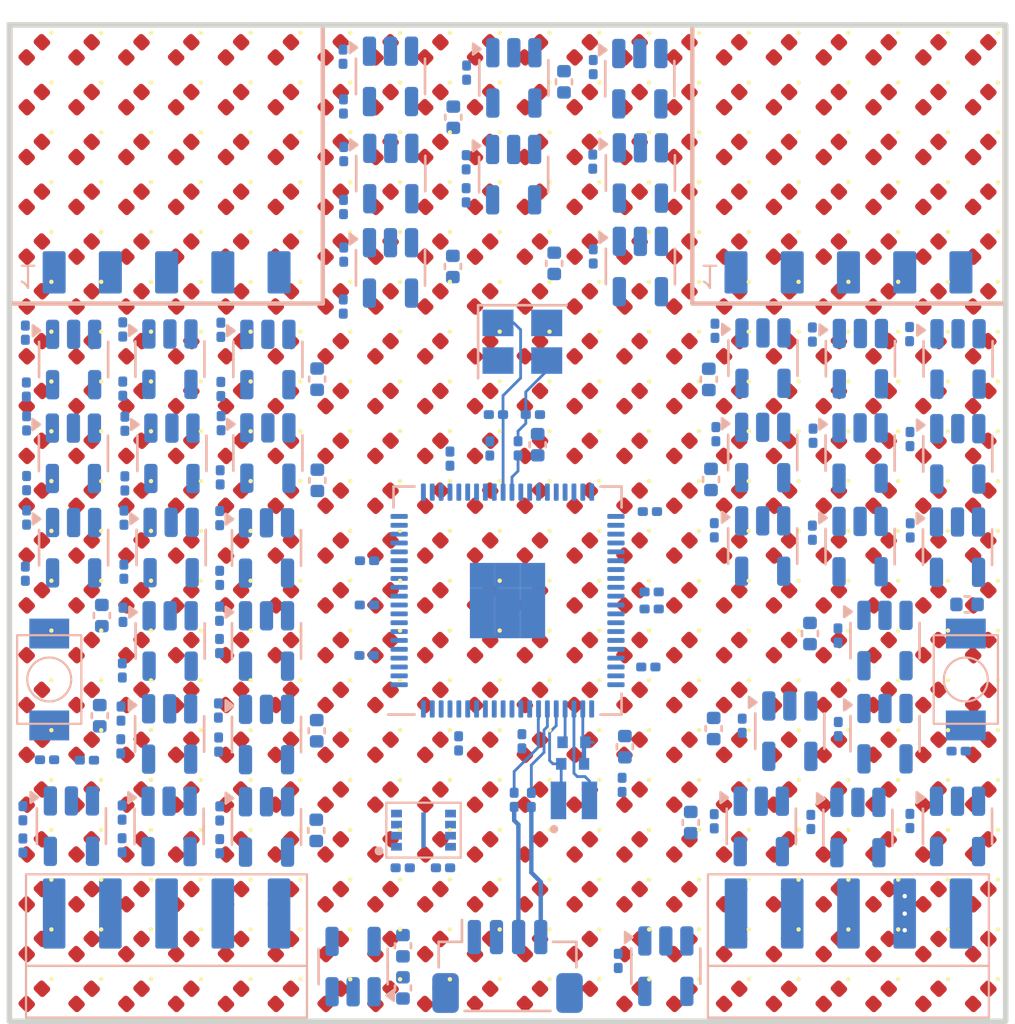
<source format=kicad_pcb>
(kicad_pcb (version 20241229) (generator "pcbnew") (generator_version "9.0")
  (layers (0 "F.Cu" signal) (4 "In1.Cu" power) (6 "In2.Cu" power) (8 "In3.Cu" power) (10 "In4.Cu" signal) (2 "B.Cu" signal) (13 "F.Paste" user) (15 "B.Paste" user) (5 "F.SilkS" user "F.Silkscreen") (7 "B.SilkS" user "B.Silkscreen") (1 "F.Mask" user) (3 "B.Mask" user) (25 "Edge.Cuts" user))
  (net 0 "")
  (net 1 "GND")
  (net 2 "/panel_mcu/XIN")
  (net 3 "Net-(C2-Pad1)")
  (net 4 "+3V3")
  (net 5 "+1V1")
  (net 6 "/panel_mcu/VREG_AVDD")
  (net 7 "+5V")
  (net 8 "/drivers/ROW_00")
  (net 9 "Net-(D1-A)")
  (net 10 "/drivers/ROW_01")
  (net 11 "/drivers/ROW_02")
  (net 12 "/drivers/ROW_03")
  (net 13 "/drivers/ROW_04")
  (net 14 "Net-(D100-A)")
  (net 15 "/drivers/ROW_05")
  (net 16 "/drivers/ROW_06")
  (net 17 "/drivers/ROW_07")
  (net 18 "/drivers/ROW_08")
  (net 19 "/drivers/ROW_09")
  (net 20 "/drivers/ROW_10")
  (net 21 "/drivers/ROW_11")
  (net 22 "/drivers/ROW_12")
  (net 23 "/drivers/ROW_13")
  (net 24 "/drivers/ROW_14")
  (net 25 "/drivers/ROW_15")
  (net 26 "/drivers/ROW_16")
  (net 27 "/drivers/ROW_17")
  (net 28 "Net-(D181-A)")
  (net 29 "/drivers/ROW_18")
  (net 30 "/drivers/ROW_19")
  (net 31 "Net-(D21-A)")
  (net 32 "Net-(D41-A)")
  (net 33 "Net-(D61-A)")
  (net 34 "Net-(D101-A)")
  (net 35 "Net-(D121-A)")
  (net 36 "Net-(D141-A)")
  (net 37 "Net-(D161-A)")
  (net 38 "Net-(D201-A)")
  (net 39 "Net-(D221-A)")
  (net 40 "Net-(D241-A)")
  (net 41 "Net-(D261-A)")
  (net 42 "Net-(D281-A)")
  (net 43 "Net-(D301-A)")
  (net 44 "/panel_mcu/D-")
  (net 45 "/panel_mcu/D+")
  (net 46 "/panel_header/MOSI")
  (net 47 "/panel_header/MISO")
  (net 48 "/panel_header/SCK")
  (net 49 "/panel_header/CS2")
  (net 50 "/panel_header/CS0")
  (net 51 "/panel_header/CS4")
  (net 52 "/panel_header/CS1")
  (net 53 "/panel_header/EINT")
  (net 55 "/panel_mcu/VREG_LX")
  (net 56 "/panel_mcu/XIP_CS1n")
  (net 57 "Net-(R2-Pad1)")
  (net 58 "/panel_mcu/QSPI_SS")
  (net 59 "/panel_mcu/~{USB_BOOT}")
  (net 60 "/panel_mcu/XOUT")
  (net 61 "Net-(U2-USB_DP)")
  (net 62 "Net-(U2-USB_DM)")
  (net 63 "Net-(D321-A)")
  (net 64 "Net-(D341-A)")
  (net 65 "Net-(D361-A)")
  (net 66 "Net-(D381-A)")
  (net 67 "/drivers/COL_00")
  (net 68 "/drivers/COL_01")
  (net 69 "/drivers/COL_02")
  (net 70 "/drivers/COL_03")
  (net 71 "/drivers/COL_04")
  (net 72 "/drivers/COL_05")
  (net 73 "/drivers/COL_06")
  (net 74 "/drivers/COL_07")
  (net 75 "/drivers/COL_08")
  (net 76 "/drivers/COL_09")
  (net 77 "/drivers/COL_10")
  (net 78 "/drivers/COL_11")
  (net 79 "/drivers/COL_12")
  (net 80 "/drivers/COL_13")
  (net 81 "/panel_mcu/RUN")
  (net 82 "/panel_mcu/QSPI_SD2")
  (net 83 "/panel_mcu/QSPI_SD1")
  (net 84 "/panel_mcu/QSPI_SD3")
  (net 85 "/panel_mcu/QSPI_SCLK")
  (net 86 "/panel_mcu/QSPI_SD0")
  (net 87 "/drivers/COL_14")
  (net 88 "/drivers/COL_15")
  (net 89 "/drivers/COL_16")
  (net 90 "/drivers/COL_17")
  (net 91 "/drivers/COL_18")
  (net 92 "/drivers/COL_19")
  (net 94 "/drivers/ROW_MCU_09")
  (net 95 "/drivers/COL_MCU_12")
  (net 96 "/drivers/COL_MCU_17")
  (net 97 "/drivers/COL_MCU_11")
  (net 99 "/drivers/COL_MCU_02")
  (net 100 "/drivers/ROW_MCU_11")
  (net 102 "/drivers/COL_MCU_16")
  (net 103 "/drivers/COL_MCU_10")
  (net 104 "/drivers/ROW_MCU_07")
  (net 105 "/drivers/COL_MCU_14")
  (net 106 "/drivers/ROW_MCU_18")
  (net 107 "/drivers/ROW_MCU_10")
  (net 108 "/drivers/ROW_MCU_05")
  (net 109 "/drivers/COL_MCU_13")
  (net 110 "/drivers/COL_MCU_03")
  (net 111 "/drivers/ROW_MCU_06")
  (net 112 "/drivers/COL_MCU_07")
  (net 113 "/drivers/ROW_MCU_16")
  (net 114 "/drivers/ROW_MCU_02")
  (net 115 "/drivers/ROW_MCU_04")
  (net 116 "/drivers/ROW_MCU_08")
  (net 117 "/drivers/COL_MCU_15")
  (net 118 "/drivers/ROW_MCU_00")
  (net 119 "/drivers/COL_MCU_09")
  (net 120 "/drivers/COL_MCU_18")
  (net 121 "/drivers/COL_MCU_06")
  (net 122 "/drivers/COL_MCU_01")
  (net 124 "/drivers/COL_MCU_00")
  (net 125 "/drivers/ROW_MCU_14")
  (net 126 "/drivers/ROW_MCU_19")
  (net 127 "/drivers/ROW_MCU_12")
  (net 128 "/drivers/COL_MCU_05")
  (net 129 "/drivers/ROW_MCU_01")
  (net 130 "/drivers/COL_MCU_04")
  (net 132 "/drivers/ROW_MCU_03")
  (net 133 "/drivers/COL_MCU_08")
  (net 134 "/drivers/ROW_MCU_17")
  (net 135 "/drivers/ROW_MCU_15")
  (net 136 "/drivers/COL_MCU_19")
  (net 137 "/drivers/ROW_MCU_13")
  (footprint "panel_custom:LED_0402_1005Metric" (layer "F.Cu") (at 84.875 73.625 -135)
    (property "Reference" "D275" (hide yes))
    (property "Value" "LED" (hide yes))
  )
  (footprint "panel_custom:LED_0402_1005Metric" (layer "F.Cu") (at 55.625 62.375 -135)
    (property "Reference" "D58" (hide yes))
    (property "Value" "LED" (hide yes))
  )
  (footprint "panel_custom:LED_0402_1005Metric" (layer "F.Cu") (at 60.125 53.375 -135)
    (property "Reference" "D121" (hide yes))
    (property "Value" "LED" (hide yes))
  )
  (footprint "panel_custom:LED_0402_1005Metric" (layer "F.Cu") (at 71.375 89.375 -135)
    (property "Reference" "D229" (hide yes))
    (property "Value" "LED" (hide yes))
  )
  (footprint "panel_custom:LED_0402_1005Metric" (layer "F.Cu") (at 84.875 71.375 -135)
    (property "Reference" "D316" (hide yes))
    (property "Value" "LED" (hide yes))
  )
  (footprint "panel_custom:LED_0402_1005Metric" (layer "F.Cu") (at 75.875 80.375 -135)
    (property "Reference" "D234" (hide yes))
    (property "Value" "LED" (hide yes))
  )
  (footprint "panel_custom:LED_0402_1005Metric" (layer "F.Cu") (at 73.625 69.125 -135)
    (property "Reference" "D176" (hide yes))
    (property "Value" "LED" (hide yes))
  )
  (footprint "panel_custom:LED_0402_1005Metric" (layer "F.Cu") (at 55.625 51.125 -135)
    (property "Reference" "D20" (hide yes))
    (property "Value" "LED" (hide yes))
  )
  (footprint "panel_custom:LED_0402_1005Metric" (layer "F.Cu") (at 93.875 75.875 -135)
    (property "Reference" "D395" (hide yes))
    (property "Value" "LED" (hide yes))
  )
  (footprint "panel_custom:LED_0402_1005Metric" (layer "F.Cu") (at 66.875 89.375 -135)
    (property "Reference" "D152" (hide yes))
    (property "Value" "LED" (hide yes))
  )
  (footprint "panel_custom:LED_0402_1005Metric" (layer "F.Cu") (at 91.625 51.125 -135)
    (property "Reference" "D340" (hide yes))
    (property "Value" "LED" (hide yes))
  )
  (footprint "panel_custom:LED_0402_1005Metric" (layer "F.Cu") (at 87.125 55.625 -135)
    (property "Reference" "D322" (hide yes))
    (property "Value" "LED" (hide yes))
  )
  (footprint "panel_custom:LED_0402_1005Metric" (layer "F.Cu") (at 66.875 87.125 -135)
    (property "Reference" "D112" (hide yes))
    (property "Value" "LED" (hide yes))
  )
  (footprint "panel_custom:LED_0402_1005Metric" (layer "F.Cu") (at 73.625 82.625 -135)
    (property "Reference" "D173" (hide yes))
    (property "Value" "LED" (hide yes))
  )
  (footprint "panel_custom:LED_0402_1005Metric" (layer "F.Cu") (at 87.125 57.875 -135)
    (property "Reference" "D362" (hide yes))
    (property "Value" "LED" (hide yes))
  )
  (footprint "panel_custom:LED_0402_1005Metric" (layer "F.Cu") (at 91.625 73.625 -135)
    (property "Reference" "D335" (hide yes))
    (property "Value" "LED" (hide yes))
  )
  (footprint "panel_custom:LED_0402_1005Metric" (layer "F.Cu") (at 64.625 89.375 -135)
    (property "Reference" "D132" (hide yes))
    (property "Value" "LED" (hide yes))
  )
  (footprint "panel_custom:LED_0402_1005Metric" (layer "F.Cu") (at 91.625 82.625 -135)
    (property "Reference" "D333" (hide yes))
    (property "Value" "LED" (hide yes))
  )
  (footprint "panel_custom:LED_0402_1005Metric" (layer "F.Cu") (at 60.125 57.875 -135)
    (property "Reference" "D122" (hide yes))
    (property "Value" "LED" (hide yes))
  )
  (footprint "panel_custom:LED_0402_1005Metric" (layer "F.Cu") (at 71.375 51.125 -135)
    (property "Reference" "D181" (hide yes))
    (property "Value" "LED" (hide yes))
  )
  (footprint "panel_custom:LED_0402_1005Metric" (layer "F.Cu") (at 71.375 71.375 -135)
    (property "Reference" "D225" (hide yes))
    (property "Value" "LED" (hide yes))
  )
  (footprint "panel_custom:LED_0402_1005Metric" (layer "F.Cu") (at 53.375 82.625 -135)
    (property "Reference" "D28" (hide yes))
    (property "Value" "LED" (hide yes))
  )
  (footprint "panel_custom:LED_0402_1005Metric" (layer "F.Cu") (at 82.625 82.625 -135)
    (property "Reference" "D253" (hide yes))
    (property "Value" "LED" (hide yes))
  )
  (footprint "panel_custom:LED_0402_1005Metric" (layer "F.Cu") (at 82.625 75.875 -135)
    (property "Reference" "D295" (hide yes))
    (property "Value" "LED" (hide yes))
  )
  (footprint "panel_custom:LED_0402_1005Metric" (layer "F.Cu") (at 69.125 57.875 -135)
    (property "Reference" "D202" (hide yes))
    (property "Value" "LED" (hide yes))
  )
  (footprint "panel_custom:LED_0402_1005Metric" (layer "F.Cu") (at 69.125 62.375 -135)
    (property "Reference" "D203" (hide yes))
    (property "Value" "LED" (hide yes))
  )
  (footprint "panel_custom:LED_0402_1005Metric" (layer "F.Cu") (at 69.125 84.875 -135)
    (property "Reference" "D208" (hide yes))
    (property "Value" "LED" (hide yes))
  )
  (footprint "panel_custom:LED_0402_1005Metric" (layer "F.Cu") (at 80.375 80.375 -135)
    (property "Reference" "D307" (hide yes))
    (property "Value" "LED" (hide yes))
  )
  (footprint "panel_custom:LED_0402_1005Metric" (layer "F.Cu") (at 75.875 82.625 -135)
    (property "Reference" "D193" (hide yes))
    (property "Value" "LED" (hide yes))
  )
  (footprint "panel_custom:LED_0402_1005Metric" (layer "F.Cu") (at 82.625 78.125 -135)
    (property "Reference" "D254" (hide yes))
    (property "Value" "LED" (hide yes))
  )
  (footprint "panel_custom:LED_0402_1005Metric" (layer "F.Cu") (at 87.125 75.875 -135)
    (property "Reference" "D366" (hide yes))
    (property "Value" "LED" (hide yes))
  )
  (footprint "panel_custom:LED_0402_1005Metric" (layer "F.Cu") (at 75.875 73.625 -135)
    (property "Reference" "D195" (hide yes))
    (property "Value" "LED" (hide yes))
  )
  (footprint "panel_custom:LED_0402_1005Metric" (layer "F.Cu") (at 62.375 91.625 -135)
    (property "Reference" "D110" (hide yes))
    (property "Value" "LED" (hide yes))
  )
  (footprint "panel_custom:LED_0402_1005Metric" (layer "F.Cu") (at 64.625 80.375 -135)
    (property "Reference" "D134" (hide yes))
    (property "Value" "LED" (hide yes))
  )
  (footprint "panel_custom:LED_0402_1005Metric" (layer "F.Cu") (at 64.625 82.625 -135)
    (property "Reference" "D93" (hide yes))
    (property "Value" "LED" (hide yes))
  )
  (footprint "panel_custom:LED_0402_1005Metric" (layer "F.Cu") (at 55.625 53.375 -135)
    (property "Reference" "D60" (hide yes))
    (property "Value" "LED" (hide yes))
  )
  (footprint "panel_custom:LED_0402_1005Metric" (layer "F.Cu") (at 78.125 69.125 -135)
    (property "Reference" "D245" (hide yes))
    (property "Value" "LED" (hide yes))
  )
  (footprint "panel_custom:LED_0402_1005Metric" (layer "F.Cu") (at 87.125 51.125 -135)
    (property "Reference" "D321" (hide yes))
    (property "Value" "LED" (hide yes))
  )
  (footprint "panel_custom:LED_0402_1005Metric" (layer "F.Cu") (at 51.125 73.625 -135)
    (property "Reference" "D6" (hide yes))
    (property "Value" "LED" (hide yes))
  )
  (footprint "panel_custom:LED_0402_1005Metric" (layer "F.Cu") (at 57.875 64.625 -135)
    (property "Reference" "D37" (hide yes))
    (property "Value" "LED" (hide yes))
  )
  (footprint "panel_custom:LED_0402_1005Metric" (layer "F.Cu") (at 93.875 64.625 -135)
    (property "Reference" "D357" (hide yes))
    (property "Value" "LED" (hide yes))
  )
  (footprint "panel_custom:LED_0402_1005Metric" (layer "F.Cu") (at 64.625 84.875 -135)
    (property "Reference" "D133" (hide yes))
    (property "Value" "LED" (hide yes))
  )
  (footprint "panel_custom:LED_0402_1005Metric" (layer "F.Cu") (at 57.875 82.625 -135)
    (property "Reference" "D33" (hide yes))
    (property "Value" "LED" (hide yes))
  )
  (footprint "panel_custom:LED_0402_1005Metric" (layer "F.Cu") (at 91.625 60.125 -135)
    (property "Reference" "D338" (hide yes))
    (property "Value" "LED" (hide yes))
  )
  (footprint "panel_custom:LED_0402_1005Metric" (layer "F.Cu") (at 66.875 75.875 -135)
    (property "Reference" "D155" (hide yes))
    (property "Value" "LED" (hide yes))
  )
  (footprint "panel_custom:LED_0402_1005Metric" (layer "F.Cu") (at 71.375 55.625 -135)
    (property "Reference" "D182" (hide yes))
    (property "Value" "LED" (hide yes))
  )
  (footprint "panel_custom:LED_0402_1005Metric" (layer "F.Cu") (at 75.875 71.375 -135)
    (property "Reference" "D236" (hide yes))
    (property "Value" "LED" (hide yes))
  )
  (footprint "panel_custom:LED_0402_1005Metric" (layer "F.Cu") (at 75.875 75.875 -135)
    (property "Reference" "D235" (hide yes))
    (property "Value" "LED" (hide yes))
  )
  (footprint "panel_custom:LED_0402_1005Metric" (layer "F.Cu") (at 93.875 93.875 -135)
    (property "Reference" "D391" (hide yes))
    (property "Value" "LED" (hide yes))
  )
  (footprint "panel_custom:LED_0402_1005Metric" (layer "F.Cu") (at 60.125 84.875 -135)
    (property "Reference" "D128" (hide yes))
    (property "Value" "LED" (hide yes))
  )
  (footprint "panel_custom:LED_0402_1005Metric" (layer "F.Cu") (at 84.875 89.375 -135)
    (property "Reference" "D312" (hide yes))
    (property "Value" "LED" (hide yes))
  )
  (footprint "panel_custom:LED_0402_1005Metric" (layer "F.Cu") (at 60.125 69.125 -135)
    (property "Reference" "D85" (hide yes))
    (property "Value" "LED" (hide yes))
  )
  (footprint "panel_custom:LED_0402_1005Metric" (layer "F.Cu") (at 64.625 53.375 -135)
    (property "Reference" "D140" (hide yes))
    (property "Value" "LED" (hide yes))
  )
  (footprint "panel_custom:LED_0402_1005Metric" (layer "F.Cu") (at 71.375 69.125 -135)
    (property "Reference" "D185" (hide yes))
    (property "Value" "LED" (hide yes))
  )
  (footprint "panel_custom:LED_0402_1005Metric" (layer "F.Cu") (at 53.375 51.125 -135)
    (property "Reference" "D21" (hide yes))
    (property "Value" "LED" (hide yes))
  )
  (footprint "panel_custom:LED_0402_1005Metric" (layer "F.Cu") (at 55.625 57.875 -135)
    (property "Reference" "D59" (hide yes))
    (property "Value" "LED" (hide yes))
  )
  (footprint "panel_custom:LED_0402_1005Metric" (layer "F.Cu") (at 57.875 60.125 -135)
    (property "Reference" "D38" (hide yes))
    (property "Value" "LED" (hide yes))
  )
  (footprint "panel_custom:LED_0402_1005Metric" (layer "F.Cu") (at 71.375 84.875 -135)
    (property "Reference" "D228" (hide yes))
    (property "Value" "LED" (hide yes))
  )
  (footprint "panel_custom:LED_0402_1005Metric" (layer "F.Cu") (at 87.125 87.125 -135)
    (property "Reference" "D329" (hide yes))
    (property "Value" "LED" (hide yes))
  )
  (footprint "panel_custom:LED_0402_1005Metric" (layer "F.Cu") (at 64.625 55.625 -135)
    (property "Reference" "D99" (hide yes))
    (property "Value" "LED" (hide yes))
  )
  (footprint "panel_custom:LED_0402_1005Metric" (layer "F.Cu") (at 91.625 84.875 -135)
    (property "Reference" "D373" (hide yes))
    (property "Value" "LED" (hide yes))
  )
  (footprint "panel_custom:LED_0402_1005Metric" (layer "F.Cu") (at 91.625 75.875 -135)
    (property "Reference" "D375" (hide yes))
    (property "Value" "LED" (hide yes))
  )
  (footprint "panel_custom:LED_0402_1005Metric" (layer "F.Cu") (at 62.375 93.875 -135)
    (property "Reference" "D150" (hide yes))
    (property "Value" "LED" (hide yes))
  )
  (footprint "panel_custom:LED_0402_1005Metric" (layer "F.Cu") (at 75.875 53.375 -135)
    (property "Reference" "D240" (hide yes))
    (property "Value" "LED" (hide yes))
  )
  (footprint "panel_custom:LED_0402_1005Metric" (layer "F.Cu") (at 53.375 53.375 -135)
    (property "Reference" "D61" (hide yes))
    (property "Value" "LED" (hide yes))
  )
  (footprint "panel_custom:LED_0402_1005Metric" (layer "F.Cu") (at 93.875 53.375 -135)
    (property "Reference" "D400" (hide yes))
    (property "Value" "LED" (hide yes))
  )
  (footprint "panel_custom:LED_0402_1005Metric" (layer "F.Cu") (at 91.625 64.625 -135)
    (property "Reference" "D337" (hide yes))
    (property "Value" "LED" (hide yes))
  )
  (footprint "panel_custom:LED_0402_1005Metric" (layer "F.Cu") (at 82.625 57.875 -135)
    (property "Reference" "D299" (hide yes))
    (property "Value" "LED" (hide yes))
  )
  (footprint "panel_custom:LED_0402_1005Metric" (layer "F.Cu") (at 71.375 87.125 -135)
    (property "Reference" "D189" (hide yes))
    (property "Value" "LED" (hide yes))
  )
  (footprint "panel_custom:LED_0402_1005Metric" (layer "F.Cu") (at 53.375 71.375 -135)
    (property "Reference" "D65" (hide yes))
    (property "Value" "LED" (hide yes))
  )
  (footprint "panel_custom:LED_0402_1005Metric" (layer "F.Cu") (at 57.875 53.375 -135)
    (property "Reference" "D80" (hide yes))
    (property "Value" "LED" (hide yes))
  )
  (footprint "panel_custom:LED_0402_1005Metric" (layer "F.Cu") (at 89.375 53.375 -135)
    (property "Reference" "D381" (hide yes))
    (property "Value" "LED" (hide yes))
  )
  (footprint "panel_custom:LED_0402_1005Metric" (layer "F.Cu") (at 62.375 69.125 -135)
    (property "Reference" "D105" (hide yes))
    (property "Value" "LED" (hide yes))
  )
  (footprint "panel_custom:LED_0402_1005Metric" (layer "F.Cu") (at 53.375 57.875 -135)
    (property "Reference" "D62" (hide yes))
    (property "Value" "LED" (hide yes))
  )
  (footprint "panel_custom:LED_0402_1005Metric" (layer "F.Cu") (at 71.375 80.375 -135)
    (property "Reference" "D227" (hide yes))
    (property "Value" "LED" (hide yes))
  )
  (footprint "panel_custom:LED_0402_1005Metric" (layer "F.Cu") (at 71.375 93.875 -135)
    (property "Reference" "D230" (hide yes))
    (property "Value" "LED" (hide yes))
  )
  (footprint "panel_custom:LED_0402_1005Metric" (layer "F.Cu") (at 91.625 57.875 -135)
    (property "Reference" "D379" (hide yes))
    (property "Value" "LED" (hide yes))
  )
  (footprint "panel_custom:LED_0402_1005Metric" (layer "F.Cu") (at 93.875 69.125 -135)
    (property "Reference" "D356" (hide yes))
    (property "Value" "LED" (hide yes))
  )
  (footprint "panel_custom:LED_0402_1005Metric" (layer "F.Cu") (at 89.375 89.375 -135)
    (property "Reference" "D389" (hide yes))
    (property "Value" "LED" (hide yes))
  )
  (footprint "panel_custom:LED_0402_1005Metric" (layer "F.Cu") (at 69.125 60.125 -135)
    (property "Reference" "D163" (hide yes))
    (property "Value" "LED" (hide yes))
  )
  (footprint "panel_custom:LED_0402_1005Metric" (layer "F.Cu") (at 75.875 57.875 -135)
    (property "Reference" "D239" (hide yes))
    (property "Value" "LED" (hide yes))
  )
  (footprint "panel_custom:LED_0402_1005Metric" (layer "F.Cu") (at 62.375 62.375 -135)
    (property "Reference" "D143" (hide yes))
    (property "Value" "LED" (hide yes))
  )
  (footprint "panel_custom:LED_0402_1005Metric" (layer "F.Cu") (at 66.875 57.875 -135)
    (property "Reference" "D159" (hide yes))
    (property "Value" "LED" (hide yes))
  )
  (footprint "panel_custom:LED_0402_1005Metric" (layer "F.Cu") (at 53.375 60.125 -135)
    (property "Reference" "D23" (hide yes))
    (property "Value" "LED" (hide yes))
  )
  (footprint "panel_custom:LED_0402_1005Metric" (layer "F.Cu") (at 53.375 78.125 -135)
    (property "Reference" "D27" (hide yes))
    (property "Value" "LED" (hide yes))
  )
  (footprint "panel_custom:LED_0402_1005Metric" (layer "F.Cu") (at 89.375 62.375 -135)
    (property "Reference" "D383" (hide yes))
    (property "Value" "LED" (hide yes))
  )
  (footprint "panel_custom:LED_0402_1005Metric" (layer "F.Cu") (at 84.875 60.125 -135)
    (property "Reference" "D278" (hide yes))
    (property "Value" "LED" (hide yes))
  )
  (footprint "panel_custom:LED_0402_1005Metric" (layer "F.Cu") (at 91.625 78.125 -135)
    (property "Reference" "D334" (hide yes))
    (property "Value" "LED" (hide yes))
  )
  (footprint "panel_custom:LED_0402_1005Metric" (layer "F.Cu") (at 89.375 66.875 -135)
    (property "Reference" "D384" (hide yes))
    (property "Value" "LED" (hide yes))
  )
  (footprint "panel_custom:LED_0402_1005Metric" (layer "F.Cu") (at 84.875 69.125 -135)
    (property "Reference" "D276" (hide yes))
    (property "Value" "LED" (hide yes))
  )
  (footprint "panel_custom:LED_0402_1005Metric" (layer "F.Cu") (at 80.375 69.125 -135)
    (property "Reference" "D265" (hide yes))
    (property "Value" "LED" (hide yes))
  )
  (footprint "panel_custom:LED_0402_1005Metric" (layer "F.Cu") (at 93.875 87.125 -135)
    (property "Reference" "D352" (hide yes))
    (property "Value" "LED" (hide yes))
  )
  (footprint "panel_custom:LED_0402_1005Metric" (layer "F.Cu") (at 91.625 91.625 -135)
    (property "Reference" "D331" (hide yes))
    (property "Value" "LED" (hide yes))
  )
  (footprint "panel_custom:LED_0402_1005Metric" (layer "F.Cu") (at 82.625 53.375 -135)
    (property "Reference" "D300" (hide yes))
    (property "Value" "LED" (hide yes))
  )
  (footprint "panel_custom:LED_0402_1005Metric" (layer "F.Cu") (at 82.625 71.375 -135)
    (property "Reference" "D296" (hide yes))
    (property "Value" "LED" (hide yes))
  )
  (footprint "panel_custom:LED_0402_1005Metric" (layer "F.Cu") (at 53.375 75.875 -135)
    (property "Reference" "D66" (hide yes))
    (property "Value" "LED" (hide yes))
  )
  (footprint "panel_custom:LED_0402_1005Metric" (layer "F.Cu") (at 73.625 57.875 -135)
    (property "Reference" "D219" (hide yes))
    (property "Value" "LED" (hide yes))
  )
  (footprint "panel_custom:LED_0402_1005Metric" (layer "F.Cu") (at 82.625 64.625 -135)
    (property "Reference" "D257" (hide yes))
    (property "Value" "LED" (hide yes))
  )
  (footprint "panel_custom:LED_0402_1005Metric" (layer "F.Cu") (at 87.125 53.375 -135)
    (property "Reference" "D361" (hide yes))
    (property "Value" "LED" (hide yes))
  )
  (footprint "panel_custom:LED_0402_1005Metric" (layer "F.Cu") (at 93.875 80.375 -135)
    (property "Reference" "D394" (hide yes))
    (property "Value" "LED" (hide yes))
  )
  (footprint "panel_custom:LED_0402_1005Metric" (layer "F.Cu") (at 51.125 62.375 -135)
    (property "Reference" "D43" (hide yes))
    (property "Value" "LED" (hide yes))
  )
  (footprint "panel_custom:LED_0402_1005Metric" (layer "F.Cu") (at 71.375 78.125 -135)
    (property "Reference" "D187" (hide yes))
    (property "Value" "LED" (hide yes))
  )
  (footprint "panel_custom:LED_0402_1005Metric" (layer "F.Cu") (at 84.875 66.875 -135)
    (property "Reference" "D317" (hide yes))
    (property "Value" "LED" (hide yes))
  )
  (footprint "panel_custom:LED_0402_1005Metric" (layer "F.Cu") (at 69.125 75.875 -135)
    (property "Reference" "D206" (hide yes))
    (property "Value" "LED" (hide yes))
  )
  (footprint "panel_custom:LED_0402_1005Metric" (layer "F.Cu") (at 80.375 93.875 -135)
    (property "Reference" "D310" (hide yes))
    (property "Value" "LED" (hide yes))
  )
  (footprint "panel_custom:LED_0402_1005Metric" (layer "F.Cu") (at 57.875 89.375 -135)
    (property "Reference" "D72" (hide yes))
    (property "Value" "LED" (hide yes))
  )
  (footprint "panel_custom:LED_0402_1005Metric" (layer "F.Cu") (at 84.875 93.875 -135)
    (property "Reference" "D311" (hide yes))
    (property "Value" "LED" (hide yes))
  )
  (footprint "panel_custom:LED_0402_1005Metric" (layer "F.Cu") (at 89.375 84.875 -135)
    (property "Reference" "D388" (hide yes))
    (property "Value" "LED" (hide yes))
  )
  (footprint "panel_custom:LED_0402_1005Metric" (layer "F.Cu") (at 78.125 62.375 -135)
    (property "Reference" "D283" (hide yes))
    (property "Value" "LED" (hide yes))
  )
  (footprint "panel_custom:LED_0402_1005Metric" (layer "F.Cu") (at 51.125 75.875 -135)
    (property "Reference" "D46" (hide yes))
    (property "Value" "LED" (hide yes))
  )
  (footprint "panel_custom:LED_0402_1005Metric" (layer "F.Cu") (at 69.125 51.125 -135)
    (property "Reference" "D161" (hide yes))
    (property "Value" "LED" (hide yes))
  )
  (footprint "panel_custom:LED_0402_1005Metric" (layer "F.Cu") (at 51.125 60.125 -135)
    (property "Reference" "D3" (hide yes))
    (property "Value" "LED" (hide yes))
  )
  (footprint "panel_custom:LED_0402_1005Metric" (layer "F.Cu") (at 93.875 82.625 -135)
    (property "Reference" "D353" (hide yes))
    (property "Value" "LED" (hide yes))
  )
  (footprint "panel_custom:LED_0402_1005Metric" (layer "F.Cu") (at 71.375 82.625 -135)
    (property "Reference" "D188" (hide yes))
    (property "Value" "LED" (hide yes))
  )
  (footprint "panel_custom:LED_0402_1005Metric" (layer "F.Cu") (at 91.625 69.125 -135)
    (property "Reference" "D336" (hide yes))
    (property "Value" "LED" (hide yes))
  )
  (footprint "panel_custom:LED_0402_1005Metric" (layer "F.Cu") (at 57.875 73.625 -135)
    (property "Reference" "D35" (hide yes))
    (property "Value" "LED" (hide yes))
  )
  (footprint "panel_custom:LED_0402_1005Metric" (layer "F.Cu") (at 87.125 73.625 -135)
    (property "Reference" "D326" (hide yes))
    (property "Value" "LED" (hide yes))
  )
  (footprint "panel_custom:LED_0402_1005Metric" (layer "F.Cu") (at 60.125 71.375 -135)
    (property "Reference" "D125" (hide yes))
    (property "Value" "LED" (hide yes))
  )
  (footprint "panel_custom:LED_0402_1005Metric" (layer "F.Cu") (at 87.125 93.875 -135)
    (property "Reference" "D370" (hide yes))
    (property "Value" "LED" (hide yes))
  )
  (footprint "panel_custom:LED_0402_1005Metric" (layer "F.Cu") (at 51.125 57.875 -135)
    (property "Reference" "D42" (hide yes))
    (property "Value" "LED" (hide yes))
  )
  (footprint "panel_custom:LED_0402_1005Metric" (layer "F.Cu") (at 51.125 80.375 -135)
    (property "Reference" "D47" (hide yes))
    (property "Value" "LED" (hide yes))
  )
  (footprint "panel_custom:LED_0402_1005Metric" (layer "F.Cu") (at 84.875 51.125 -135)
    (property "Reference" "D280" (hide yes))
    (property "Value" "LED" (hide yes))
  )
  (footprint "panel_custom:LED_0402_1005Metric" (layer "F.Cu") (at 69.125 73.625 -135)
    (property "Reference" "D166" (hide yes))
    (property "Value" "LED" (hide yes))
  )
  (footprint "panel_custom:LED_0402_1005Metric" (layer "F.Cu") (at 89.375 75.875 -135)
    (property "Reference" "D386" (hide yes))
    (property "Value" "LED" (hide yes))
  )
  (footprint "panel_custom:LED_0402_1005Metric" (layer "F.Cu") (at 66.875 55.625 -135)
    (property "Reference" "D119" (hide yes))
    (property "Value" "LED" (hide yes))
  )
  (footprint "panel_custom:LED_0402_1005Metric" (layer "F.Cu") (at 55.625 93.875 -135)
    (property "Reference" "D51" (hide yes))
    (property "Value" "LED" (hide yes))
  )
  (footprint "panel_custom:LED_0402_1005Metric" (layer "F.Cu") (at 53.375 87.125 -135)
    (property "Reference" "D29" (hide yes))
    (property "Value" "LED" (hide yes))
  )
  (footprint "panel_custom:LED_0402_1005Metric" (layer "F.Cu") (at 57.875 84.875 -135)
    (property "Reference" "D73" (hide yes))
    (property "Value" "LED" (hide yes))
  )
  (footprint "panel_custom:LED_0402_1005Metric" (layer "F.Cu") (at 53.375 62.375 -135)
    (property "Reference" "D63" (hide yes))
    (property "Value" "LED" (hide yes))
  )
  (footprint "panel_custom:LED_0402_1005Metric" (layer "F.Cu") (at 84.875 82.625 -135)
    (property "Reference" "D273" (hide yes))
    (property "Value" "LED" (hide yes))
  )
  (footprint "panel_custom:LED_0402_1005Metric" (layer "F.Cu") (at 84.875 87.125 -135)
    (property "Reference" "D272" (hide yes))
    (property "Value" "LED" (hide yes))
  )
  (footprint "panel_custom:LED_0402_1005Metric" (layer "F.Cu") (at 78.125 84.875 -135)
    (property "Reference" "D288" (hide yes))
    (property "Value" "LED" (hide yes))
  )
  (footprint "panel_custom:LED_0402_1005Metric" (layer "F.Cu") (at 60.125 66.875 -135)
    (property "Reference" "D124" (hide yes))
    (property "Value" "LED" (hide yes))
  )
  (footprint "panel_custom:LED_0402_1005Metric" (layer "F.Cu") (at 57.875 71.375 -135)
    (property "Reference" "D76" (hide yes))
    (property "Value" "LED" (hide yes))
  )
  (footprint "panel_custom:LED_0402_1005Metric" (layer "F.Cu") (at 93.875 66.875 -135)
    (property "Reference" "D397" (hide yes))
    (property "Value" "LED" (hide yes))
  )
  (footprint "panel_custom:LED_0402_1005Metric" (layer "F.Cu") (at 55.625 60.125 -135)
    (property "Reference" "D18" (hide yes))
    (property "Value" "LED" (hide yes))
  )
  (footprint "panel_custom:LED_0402_1005Metric" (layer "F.Cu") (at 60.125 60.125 -135)
    (property "Reference" "D83" (hide yes))
    (property "Value" "LED" (hide yes))
  )
  (footprint "panel_custom:LED_0402_1005Metric" (layer "F.Cu") (at 51.125 71.375 -135)
    (property "Reference" "D45" (hide yes))
    (property "Value" "LED" (hide yes))
  )
  (footprint "panel_custom:LED_0402_1005Metric" (layer "F.Cu") (at 78.125 53.375 -135)
    (property "Reference" "D281" (hide yes))
    (property "Value" "LED" (hide yes))
  )
  (footprint "panel_custom:LED_0402_1005Metric" (layer "F.Cu") (at 55.625 66.875 -135)
    (property "Reference" "D57" (hide yes))
    (property "Value" "LED" (hide yes))
  )
  (footprint "panel_custom:LED_0402_1005Metric" (layer "F.Cu") (at 84.875 57.875 -135)
    (property "Reference" "D319" (hide yes))
    (property "Value" "LED" (hide yes))
  )
  (footprint "panel_custom:LED_0402_1005Metric" (layer "F.Cu") (at 82.625 55.625 -135)
    (property "Reference" "D259" (hide yes))
    (property "Value" "LED" (hide yes))
  )
  (footprint "panel_custom:LED_0402_1005Metric" (layer "F.Cu") (at 64.625 57.875 -135)
    (property "Reference" "D139" (hide yes))
    (property "Value" "LED" (hide yes))
  )
  (footprint "panel_custom:LED_0402_1005Metric" (layer "F.Cu") (at 62.375 53.375 -135)
    (property "Reference" "D141" (hide yes))
    (property "Value" "LED" (hide yes))
  )
  (footprint "panel_custom:LED_0402_1005Metric" (layer "F.Cu") (at 71.375 64.625 -135)
    (property "Reference" "D184" (hide yes))
    (property "Value" "LED" (hide yes))
  )
  (footprint "panel_custom:LED_0402_1005Metric" (layer "F.Cu") (at 93.875 71.375 -135)
    (property "Reference" "D396" (hide yes))
    (property "Value" "LED" (hide yes))
  )
  (footprint "panel_custom:LED_0402_1005Metric" (layer "F.Cu") (at 93.875 60.125 -135)
    (property "Reference" "D358" (hide yes))
    (property "Value" "LED" (hide yes))
  )
  (footprint "panel_custom:LED_0402_1005Metric" (layer "F.Cu") (at 69.125 55.625 -135)
    (property "Reference" "D162" (hide yes))
    (property "Value" "LED" (hide yes))
  )
  (footprint "panel_custom:LED_0402_1005Metric" (layer "F.Cu") (at 80.375 57.875 -135)
    (property "Reference" "D302" (hide yes))
    (property "Value" "LED" (hide yes))
  )
  (footprint "panel_custom:LED_0402_1005Metric" (layer "F.Cu") (at 62.375 55.625 -135)
    (property "Reference" "D102" (hide yes))
    (property "Value" "LED" (hide yes))
  )
  (footprint "panel_custom:LED_0402_1005Metric" (layer "F.Cu") (at 75.875 60.125 -135)
    (property "Reference" "D198" (hide yes))
    (property "Value" "LED" (hide yes))
  )
  (footprint "panel_custom:LED_0402_1005Metric" (layer "F.Cu") (at 93.875 62.375 -135)
    (property "Reference" "D398" (hide yes))
    (property "Value" "LED" (hide yes))
  )
  (footprint "panel_custom:LED_0402_1005Metric" (layer "F.Cu") (at 66.875 60.125 -135)
    (property "Reference" "D118" (hide yes))
    (property "Value" "LED" (hide yes))
  )
  (footprint "panel_custom:LED_0402_1005Metric" (layer "F.Cu") (at 78.125 93.875 -135)
    (property "Reference" "D290" (hide yes))
    (property "Value" "LED" (hide yes))
  )
  (footprint "panel_custom:LED_0402_1005Metric" (layer "F.Cu") (at 53.375 64.625 -135)
    (property "Reference" "D24" (hide yes))
    (property "Value" "LED" (hide yes))
  )
  (footprint "panel_custom:LED_0402_1005Metric" (layer "F.Cu") (at 55.625 87.125 -135)
    (property "Reference" "D12" (hide yes))
    (property "Value" "LED" (hide yes))
  )
  (footprint "panel_custom:LED_0402_1005Metric" (layer "F.Cu") (at 80.375 55.625 -135)
    (property "Reference" "D262" (hide yes))
    (property "Value" "LED" (hide yes))
  )
  (footprint "panel_custom:LED_0402_1005Metric" (layer "F.Cu") (at 82.625 60.125 -135)
    (property "Reference" "D258" (hide yes))
    (property "Value" "LED" (hide yes))
  )
  (footprint "panel_custom:LED_0402_1005Metric" (layer "F.Cu") (at 75.875 78.125 -135)
    (property "Reference" "D194" (hide yes))
    (property "Value" "LED" (hide yes))
  )
  (footprint "panel_custom:LED_0402_1005Metric" (layer "F.Cu") (at 82.625 89.375 -135)
    (property "Reference" "D292" (hide yes))
    (property "Value" "LED" (hide yes))
  )
  (footprint "panel_custom:LED_0402_1005Metric" (layer "F.Cu") (at 84.875 84.875 -135)
    (property "Reference" "D313" (hide yes))
    (property "Value" "LED" (hide yes))
  )
  (footprint "panel_custom:LED_0402_1005Metric" (layer "F.Cu") (at 87.125 80.375 -135)
    (property "Reference" "D367" (hide yes))
    (property "Value" "LED" (hide yes))
  )
  (footprint "panel_custom:LED_0402_1005Metric" (layer "F.Cu") (at 62.375 73.625 -135)
    (property "Reference" "D106" (hide yes))
    (property "Value" "LED" (hide yes))
  )
  (footprint "panel_custom:LED_0402_1005Metric" (layer "F.Cu") (at 60.125 87.125 -135)
    (property "Reference" "D89" (hide yes))
    (property "Value" "LED" (hide yes))
  )
  (footprint "panel_custom:LED_0402_1005Metric" (layer "F.Cu") (at 71.375 60.125 -135)
    (property "Reference" "D183" (hide yes))
    (property "Value" "LED" (hide yes))
  )
  (footprint "panel_custom:LED_0402_1005Metric" (layer "F.Cu") (at 51.125 91.625 -135)
    (property "Reference" "D10" (hide yes))
    (property "Value" "LED" (hide yes))
  )
  (footprint "panel_custom:LED_0402_1005Metric" (layer "F.Cu") (at 55.625 69.125 -135)
    (property "Reference" "D16" (hide yes))
    (property "Value" "LED" (hide yes))
  )
  (footprint "panel_custom:LED_0402_1005Metric" (layer "F.Cu") (at 64.625 60.125 -135)
    (property "Reference" "D98" (hide yes))
    (property "Value" "LED" (hide yes))
  )
  (footprint "panel_custom:LED_0402_1005Metric" (layer "F.Cu") (at 71.375 73.625 -135)
    (property "Reference" "D186" (hide yes))
    (property "Value" "LED" (hide yes))
  )
  (footprint "panel_custom:LED_0402_1005Metric" (layer "F.Cu") (at 64.625 75.875 -135)
    (property "Reference" "D135" (hide yes))
    (property "Value" "LED" (hide yes))
  )
  (footprint "panel_custom:LED_0402_1005Metric" (layer "F.Cu") (at 60.125 78.125 -135)
    (property "Reference" "D87" (hide yes))
    (property "Value" "LED" (hide yes))
  )
  (footprint "panel_custom:LED_0402_1005Metric" (layer "F.Cu") (at 57.875 55.625 -135)
    (property "Reference" "D39" (hide yes))
    (property "Value" "LED" (hide yes))
  )
  (footprint "panel_custom:LED_0402_1005Metric" (layer "F.Cu") (at 62.375 66.875 -135)
    (property "Reference" "D144" (hide yes))
    (property "Value" "LED" (hide yes))
  )
  (footprint "panel_custom:LED_0402_1005Metric" (layer "F.Cu") (at 60.125 62.375 -135)
    (property "Reference" "D123" (hide yes))
    (property "Value" "LED" (hide yes))
  )
  (footprint "panel_custom:LED_0402_1005Metric" (layer "F.Cu") (at 69.125 80.375 -135)
    (property "Reference" "D207" (hide yes))
    (property "Value" "LED" (hide yes))
  )
  (footprint "panel_custom:LED_0402_1005Metric" (layer "F.Cu") (at 75.875 87.125 -135)
    (property "Reference" "D192" (hide yes))
    (property "Value" "LED" (hide yes))
  )
  (footprint "panel_custom:LED_0402_1005Metric" (layer "F.Cu") (at 84.875 91.625 -135)
    (property "Reference" "D271" (hide yes))
    (property "Value" "LED" (hide yes))
  )
  (footprint "panel_custom:LED_0402_1005Metric" (layer "F.Cu") (at 78.125 60.125 -135)
    (property "Reference" "D243" (hide yes))
    (property "Value" "LED" (hide yes))
  )
  (footprint "panel_custom:LED_0402_1005Metric" (layer "F.Cu") (at 57.875 87.125 -135)
    (property "Reference" "D32" (hide yes))
    (property "Value" "LED" (hide yes))
  )
  (footprint "panel_custom:LED_0402_1005Metric" (layer "F.Cu") (at 78.125 51.125 -135)
    (property "Reference" "D241" (hide yes))
    (property "Value" "LED" (hide yes))
  )
  (footprint "panel_custom:LED_0402_1005Metric" (layer "F.Cu") (at 87.125 69.125 -135)
    (property "Reference" "D325" (hide yes))
    (property "Value" "LED" (hide yes))
  )
  (footprint "panel_custom:LED_0402_1005Metric" (layer "F.Cu") (at 66.875 82.625 -135)
    (property "Reference" "D113" (hide yes))
    (property "Value" "LED" (hide yes))
  )
  (footprint "panel_custom:LED_0402_1005Metric" (layer "F.Cu") (at 87.125 64.625 -135)
    (property "Reference" "D324" (hide yes))
    (property "Value" "LED" (hide yes))
  )
  (footprint "panel_custom:LED_0402_1005Metric" (layer "F.Cu") (at 55.625 64.625 -135)
    (property "Reference" "D17" (hide yes))
    (property "Value" "LED" (hide yes))
  )
  (footprint "panel_custom:LED_0402_1005Metric" (layer "F.Cu") (at 78.125 82.625 -135)
    (property "Reference" "D248" (hide yes))
    (property "Value" "LED" (hide yes))
  )
  (footprint "panel_custom:LED_0402_1005Metric" (layer "F.Cu") (at 73.625 71.375 -135)
    (property "Reference" "D216" (hide yes))
    (property "Value" "LED" (hide yes))
  )
  (footprint "panel_custom:LED_0402_1005Metric" (layer "F.Cu") (at 51.125 69.125 -135)
    (property "Reference" "D5" (hide yes))
    (property "Value" "LED" (hide yes))
  )
  (footprint "panel_custom:LED_0402_1005Metric" (layer "F.Cu") (at 71.375 57.875 -135)
    (property "Reference" "D222" (hide yes))
    (property "Value" "LED" (hide yes))
  )
  (footprint "panel_custom:LED_0402_1005Metric" (layer "F.Cu") (at 53.375 89.375 -135)
    (property "Reference" "D69" (hide yes))
    (property "Value" "LED" (hide yes))
  )
  (footprint "panel_custom:LED_0402_1005Metric" (layer "F.Cu") (at 73.625 55.625 -135)
    (property "Reference" "D179" (hide yes))
    (property "Value" "LED" (hide yes))
  )
  (footprint "panel_custom:LED_0402_1005Metric" (layer "F.Cu") (at 82.625 91.625 -135)
    (property "Reference" "D251" (hide yes))
    (property "Value" "LED" (hide yes))
  )
  (footprint "panel_custom:LED_0402_1005Metric" (layer "F.Cu") (at 71.375 66.875 -135)
    (property "Reference" "D224" (hide yes))
    (property "Value" "LED" (hide yes))
  )
  (footprint "panel_custom:LED_0402_1005Metric" (layer "F.Cu") (at 55.625 84.875 -135)
    (property "Reference" "D53" (hide yes))
    (property "Value" "LED" (hide yes))
  )
  (footprint "panel_custom:LED_0402_1005Metric" (layer "F.Cu") (at 87.125 71.375 -135)
    (property "Reference" "D365" (hide yes))
    (property "Value" "LED" (hide yes))
  )
  (footprint "panel_custom:LED_0402_1005Metric" (layer "F.Cu") (at 71.375 62.375 -135)
    (property "Reference" "D223" (hide yes))
    (property "Value" "LED" (hide yes))
  )
  (footprint "panel_custom:LED_0402_1005Metric" (layer "F.Cu") (at 51.125 78.125 -135)
    (property "Reference" "D7" (hide yes))
    (property "Value" "LED" (hide yes))
  )
  (footprint "panel_custom:LED_0402_1005Metric" (layer "F.Cu") (at 51.125 84.875 -135)
    (property "Reference" "D48" (hide yes))
    (property "Value" "LED" (hide yes))
  )
  (footprint "panel_custom:LED_0402_1005Metric" (layer "F.Cu") (at 55.625 71.375 -135)
    (property "Reference" "D56" (hide yes))
    (property "Value" "LED" (hide yes))
  )
  (footprint "panel_custom:LED_0402_1005Metric" (layer "F.Cu") (at 89.375 71.375 -135)
    (property "Reference" "D385" (hide yes))
    (property "Value" "LED" (hide yes))
  )
  (footprint "panel_custom:LED_0402_1005Metric" (layer "F.Cu") (at 71.375 91.625 -135)
    (property "Reference" "D190" (hide yes))
    (property "Value" "LED" (hide yes))
  )
  (footprint "panel_custom:LED_0402_1005Metric" (layer "F.Cu") (at 64.625 64.625 -135)
    (property "Reference" "D97" (hide yes))
    (property "Value" "LED" (hide yes))
  )
  (footprint "panel_custom:LED_0402_1005Metric" (layer "F.Cu") (at 53.375 84.875 -135)
    (property "Reference" "D68" (hide yes))
    (property "Value" "LED" (hide yes))
  )
  (footprint "panel_custom:LED_0402_1005Metric" (layer "F.Cu") (at 82.625 69.125 -135)
    (property "Reference" "D256" (hide yes))
    (property "Value" "LED" (hide yes))
  )
  (footprint "panel_custom:LED_0402_1005Metric" (layer "F.Cu") (at 80.375 51.125 -135)
    (property "Reference" "D261" (hide yes))
    (property "Value" "LED" (hide yes))
  )
  (footprint "panel_custom:LED_0402_1005Metric" (layer "F.Cu") (at 55.625 75.875 -135)
    (property "Reference" "D55" (hide yes))
    (property "Value" "LED" (hide yes))
  )
  (footprint "panel_custom:LED_0402_1005Metric" (layer "F.Cu") (at 73.625 75.875 -135)
    (property "Reference" "D215" (hide yes))
    (property "Value" "LED" (hide yes))
  )
  (footprint "panel_custom:LED_0402_1005Metric" (layer "F.Cu") (at 93.875 51.125 -135)
    (property "Reference" "D360" (hide yes))
    (property "Value" "LED" (hide yes))
  )
  (footprint "panel_custom:LED_0402_1005Metric" (layer "F.Cu") (at 78.125 75.875 -135)
    (property "Reference" "D286" (hide yes))
    (property "Value" "LED" (hide yes))
  )
  (footprint "panel_custom:LED_0402_1005Metric" (layer "F.Cu") (at 89.375 57.875 -135)
    (property "Reference" "D382" (hide yes))
    (property "Value" "LED" (hide yes))
  )
  (footprint "panel_custom:LED_0402_1005Metric" (layer "F.Cu") (at 57.875 80.375 -135)
    (property "Reference" "D74" (hide yes))
    (property "Value" "LED" (hide yes))
  )
  (footprint "panel_custom:LED_0402_1005Metric" (layer "F.Cu") (at 62.375 57.875 -135)
    (property "Reference" "D142" (hide yes))
    (property "Value" "LED" (hide yes))
  )
  (footprint "panel_custom:LED_0402_1005Metric" (layer "F.Cu") (at 62.375 80.375 -135)
    (property "Reference" "D147" (hide yes))
    (property "Value" "LED" (hide yes))
  )
  (footprint "panel_custom:LED_0402_1005Metric" (layer "F.Cu") (at 75.875 84.875 -135)
    (property "Reference" "D233" (hide yes))
    (property "Value" "LED" (hide yes))
  )
  (footprint "panel_custom:LED_0402_1005Metric" (layer "F.Cu") (at 78.125 71.375 -135)
    (property "Reference" "D285" (hide yes))
    (property "Value" "LED" (hide yes))
  )
  (footprint "panel_custom:LED_0402_1005Metric" (layer "F.Cu") (at 53.375 66.875 -135)
    (property "Reference" "D64" (hide yes))
    (property "Value" "LED" (hide yes))
  )
  (footprint "panel_custom:LED_0402_1005Metric" (layer "F.Cu") (at 51.125 51.125 -135)
    (property "Reference" "D1" (hide yes))
    (property "Value" "LED_T0" (hide yes))
  )
  (footprint "panel_custom:LED_0402_1005Metric" (layer "F.Cu") (at 64.625 71.375 -135)
    (property "Reference" "D136" (hide yes))
    (property "Value" "LED" (hide yes))
  )
  (footprint "panel_custom:LED_0402_1005Metric" (layer "F.Cu") (at 91.625 66.875 -135)
    (property "Reference" "D377" (hide yes))
    (property "Value" "LED" (hide yes))
  )
  (footprint "panel_custom:LED_0402_1005Metric" (layer "F.Cu") (at 82.625 73.625 -135)
    (property "Reference" "D255" (hide yes))
    (property "Value" "LED" (hide yes))
  )
  (footprint "panel_custom:LED_0402_1005Metric" (layer "F.Cu") (at 60.125 89.375 -135)
    (property "Reference" "D129" (hide yes))
    (property "Value" "LED" (hide yes))
  )
  (footprint "panel_custom:LED_0402_1005Metric" (layer "F.Cu") (at 73.625 93.875 -135)
    (property "Reference" "D211" (hide yes))
    (property "Value" "LED" (hide yes))
  )
  (footprint "panel_custom:LED_0402_1005Metric" (layer "F.Cu") (at 51.125 89.375 -135)
    (property "Reference" "D49" (hide yes))
    (property "Value" "LED" (hide yes))
  )
  (footprint "panel_custom:LED_0402_1005Metric" (layer "F.Cu") (at 66.875 91.625 -135)
    (property "Reference" "D111" (hide yes))
    (property "Value" "LED" (hide yes))
  )
  (footprint "panel_custom:LED_0402_1005Metric" (layer "F.Cu") (at 66.875 64.625 -135)
    (property "Reference" "D117" (hide yes))
    (property "Value" "LED" (hide yes))
  )
  (footprint "panel_custom:LED_0402_1005Metric" (layer "F.Cu") (at 66.875 84.875 -135)
    (property "Reference" "D153" (hide yes))
    (property "Value" "LED" (hide yes))
  )
  (footprint "panel_custom:LED_0402_1005Metric" (layer "F.Cu") (at 64.625 73.625 -135)
    (property "Reference" "D95" (hide yes))
    (property "Value" "LED" (hide yes))
  )
  (footprint "panel_custom:LED_0402_1005Metric" (layer "F.Cu") (at 60.125 93.875 -135)
    (property "Reference" "D130" (hide yes))
    (property "Value" "LED" (hide yes))
  )
  (footprint "panel_custom:LED_0402_1005Metric" (layer "F.Cu") (at 62.375 60.125 -135)
    (property "Reference" "D103" (hide yes))
    (property "Value" "LED" (hide yes))
  )
  (footprint "panel_custom:LED_0402_1005Metric" (layer "F.Cu") (at 78.125 55.625 -135)
    (property "Reference" "D242" (hide yes))
    (property "Value" "LED" (hide yes))
  )
  (footprint "panel_custom:LED_0402_1005Metric" (layer "F.Cu") (at 51.125 82.625 -135)
    (property "Reference" "D8" (hide yes))
    (property "Value" "LED" (hide yes))
  )
  (footprint "panel_custom:LED_0402_1005Metric" (layer "F.Cu") (at 78.125 57.875 -135)
    (property "Reference" "D282" (hide yes))
    (property "Value" "LED" (hide yes))
  )
  (footprint "panel_custom:LED_0402_1005Metric" (layer "F.Cu") (at 89.375 55.625 -135)
    (property "Reference" "D342" (hide yes))
    (property "Value" "LED" (hide yes))
  )
  (footprint "panel_custom:LED_0402_1005Metric" (layer "F.Cu") (at 93.875 73.625 -135)
    (property "Reference" "D355" (hide yes))
    (property "Value" "LED" (hide yes))
  )
  (footprint "panel_custom:LED_0402_1005Metric" (layer "F.Cu") (at 84.875 75.875 -135)
    (property "Reference" "D315" (hide yes))
    (property "Value" "LED" (hide yes))
  )
  (footprint "panel_custom:LED_0402_1005Metric" (layer "F.Cu") (at 62.375 71.375 -135)
    (property "Reference" "D145" (hide yes))
    (property "Value" "LED" (hide yes))
  )
  (footprint "panel_custom:LED_0402_1005Metric" (layer "F.Cu") (at 51.125 55.625 -135)
    (property "Reference" "D2" (hide yes))
    (property "Value" "LED" (hide yes))
  )
  (footprint "panel_custom:LED_0402_1005Metric" (layer "F.Cu") (at 73.625 89.375 -135)
    (property "Reference" "D212" (hide yes))
    (property "Value" "LED" (hide yes))
  )
  (footprint "panel_custom:LED_0402_1005Metric" (layer "F.Cu") (at 80.375 71.375 -135)
    (property "Reference" "D305" (hide yes))
    (property "Value" "LED" (hide yes))
  )
  (footprint "panel_custom:LED_0402_1005Metric" (layer "F.Cu") (at 60.125 55.625 -135)
    (property "Reference" "D82" (hide yes))
    (property "Value" "LED" (hide yes))
  )
  (footprint "panel_custom:LED_0402_1005Metric" (layer "F.Cu") (at 73.625 62.375 -135)
    (property "Reference" "D218" (hide yes))
    (property "Value" "LED" (hide yes))
  )
  (footprint "panel_custom:LED_0402_1005Metric" (layer "F.Cu") (at 69.125 69.125 -135)
    (property "Reference" "D165" (hide yes))
    (property "Value" "LED" (hide yes))
  )
  (footprint "panel_custom:LED_0402_1005Metric" (layer "F.Cu") (at 84.875 64.625 -135)
    (property "Reference" "D277" (hide yes))
    (property "Value" "LED" (hide yes))
  )
  (footprint "panel_custom:LED_0402_1005Metric" (layer "F.Cu") (at 75.875 64.625 -135)
    (property "Reference" "D197" (hide yes))
    (property "Value" "LED" (hide yes))
  )
  (footprint "panel_custom:LED_0402_1005Metric" (layer "F.Cu") (at 57.875 93.875 -135)
    (property "Reference" "D71" (hide yes))
    (property "Value" "LED" (hide yes))
  )
  (footprint "panel_custom:LED_0402_1005Metric" (layer "F.Cu") (at 62.375 78.125 -135)
    (property "Reference" "D107" (hide yes))
    (property "Value" "LED" (hide yes))
  )
  (footprint "panel_custom:LED_0402_1005Metric" (layer "F.Cu") (at 75.875 69.125 -135)
    (property "Reference" "D196" (hide yes))
    (property "Value" "LED" (hide yes))
  )
  (footprint "panel_custom:LED_0402_1005Metric" (layer "F.Cu") (at 60.125 82.625 -135)
    (property "Reference" "D88" (hide yes))
    (property "Value" "LED" (hide yes))
  )
  (footprint "panel_custom:LED_0402_1005Metric" (layer "F.Cu") (at 69.125 64.625 -135)
    (property "Reference" "D164" (hide yes))
    (property "Value" "LED" (hide yes))
  )
  (footprint "panel_custom:LED_0402_1005Metric" (layer "F.Cu") (at 60.125 51.125 -135)
    (property "Reference" "D81" (hide yes))
    (property "Value" "LED" (hide yes))
  )
  (footprint "panel_custom:LED_0402_1005Metric" (layer "F.Cu") (at 78.125 66.875 -135)
    (property "Reference" "D284" (hide yes))
    (property "Value" "LED" (hide yes))
  )
  (footprint "panel_custom:LED_0402_1005Metric" (layer "F.Cu") (at 69.125 93.875 -135)
    (property "Reference" "D210" (hide yes))
    (property "Value" "LED" (hide yes))
  )
  (footprint "panel_custom:LED_0402_1005Metric" (layer "F.Cu") (at 51.125 93.875 -135)
    (property "Reference" "D50" (hide yes))
    (property "Value" "LED" (hide yes))
  )
  (footprint "panel_custom:LED_0402_1005Metric" (layer "F.Cu") (at 75.875 91.625 -135)
    (property "Reference" "D191" (hide yes))
    (property "Value" "LED" (hide yes))
  )
  (footprint "panel_custom:LED_0402_1005Metric" (layer "F.Cu") (at 80.375 75.875 -135)
    (property "Reference" "D306" (hide yes))
    (property "Value" "LED" (hide yes))
  )
  (footprint "panel_custom:LED_0402_1005Metric" (layer "F.Cu") (at 89.375 91.625 -135)
    (property "Reference" "D350" (hide yes))
    (property "Value" "LED" (hide yes))
  )
  (footprint "panel_custom:LED_0402_1005Metric" (layer "F.Cu") (at 73.625 51.125 -135)
    (property "Reference" "D180" (hide yes))
    (property "Value" "LED" (hide yes))
  )
  (footprint "panel_custom:LED_0402_1005Metric" (layer "F.Cu") (at 66.875 73.625 -135)
    (property "Reference" "D115" (hide yes))
    (property "Value" "LED" (hide yes))
  )
  (footprint "panel_custom:LED_0402_1005Metric" (layer "F.Cu") (at 55.625 78.125 -135)
    (property "Reference" "D14" (hide yes))
    (property "Value" "LED" (hide yes))
  )
  (footprint "panel_custom:LED_0402_1005Metric" (layer "F.Cu") (at 87.125 84.875 -135)
    (property "Reference" "D368" (hide yes))
    (property "Value" "LED" (hide yes))
  )
  (footprint "panel_custom:LED_0402_1005Metric" (layer "F.Cu") (at 75.875 55.625 -135)
    (property "Reference" "D199" (hide yes))
    (property "Value" "LED" (hide yes))
  )
  (footprint "panel_custom:LED_0402_1005Metric" (layer "F.Cu") (at 57.875 57.875 -135)
    (property "Reference" "D79" (hide yes))
    (property "Value" "LED" (hide yes))
  )
  (footprint "panel_custom:LED_0402_1005Metric" (layer "F.Cu") (at 57.875 69.125 -135)
    (property "Reference" "D36" (hide yes))
    (property "Value" "LED" (hide yes))
  )
  (footprint "panel_custom:LED_0402_1005Metric" (layer "F.Cu") (at 84.875 55.625 -135)
    (property "Reference" "D279" (hide yes))
    (property "Value" "LED" (hide yes))
  )
  (footprint "panel_custom:LED_0402_1005Metric" (layer "F.Cu") (at 87.125 82.625 -135)
    (property "Reference" "D328" (hide yes))
    (property "Value" "LED" (hide yes))
  )
  (footprint "panel_custom:LED_0402_1005Metric" (layer "F.Cu") (at 71.375 53.375 -135)
    (property "Reference" "D221" (hide yes))
    (property "Value" "LED" (hide yes))
  )
  (footprint "panel_custom:LED_0402_1005Metric" (layer "F.Cu") (at 91.625 62.375 -135)
    (property "Reference" "D378" (hide yes))
    (property "Value" "LED" (hide yes))
  )
  (footprint "panel_custom:LED_0402_1005Metric" (layer "F.Cu") (at 87.125 91.625 -135)
    (property "Reference" "D330" (hide yes))
    (property "Value" "LED" (hide yes))
  )
  (footprint "panel_custom:LED_0402_1005Metric" (layer "F.Cu") (at 93.875 84.875 -135)
    (property "Reference" "D393" (hide yes))
    (property "Value" "LED" (hide yes))
  )
  (footprint "panel_custom:LED_0402_1005Metric" (layer "F.Cu") (at 91.625 89.375 -135)
    (property "Reference" "D372" (hide yes))
    (property "Value" "LED" (hide yes))
  )
  (footprint "panel_custom:LED_0402_1005Metric" (layer "F.Cu") (at 55.625 55.625 -135)
    (property "Reference" "D19" (hide yes))
    (property "Value" "LED" (hide yes))
  )
  (footprint "panel_custom:LED_0402_1005Metric" (layer "F.Cu") (at 62.375 89.375 -135)
    (property "Reference" "D149" (hide yes))
    (property "Value" "LED" (hide yes))
  )
  (footprint "panel_custom:LED_0402_1005Metric" (layer "F.Cu") (at 60.125 73.625 -135)
    (property "Reference" "D86" (hide yes))
    (property "Value" "LED" (hide yes))
  )
  (footprint "panel_custom:LED_0402_1005Metric" (layer "F.Cu") (at 80.375 53.375 -135)
    (property "Reference" "D301" (hide yes))
    (property "Value" "LED" (hide yes))
  )
  (footprint "panel_custom:LED_0402_1005Metric" (layer "F.Cu") (at 73.625 80.375 -135)
    (property "Reference" "D214" (hide yes))
    (property "Value" "LED" (hide yes))
  )
  (footprint "panel_custom:LED_0402_1005Metric" (layer "F.Cu") (at 64.625 66.875 -135)
    (property "Reference" "D137" (hide yes))
    (property "Value" "LED" (hide yes))
  )
  (footprint "panel_custom:LED_0402_1005Metric" (layer "F.Cu") (at 73.625 87.125 -135)
    (property "Reference" "D172" (hide yes))
    (property "Value" "LED" (hide yes))
  )
  (footprint "panel_custom:LED_0402_1005Metric" (layer "F.Cu") (at 57.875 75.875 -135)
    (property "Reference" "D75" (hide yes))
    (property "Value" "LED" (hide yes))
  )
  (footprint "panel_custom:LED_0402_1005Metric" (layer "F.Cu") (at 73.625 84.875 -135)
    (property "Reference" "D213" (hide yes))
    (property "Value" "LED" (hide yes))
  )
  (footprint "panel_custom:LED_0402_1005Metric" (layer "F.Cu") (at 66.875 51.125 -135)
    (property "Reference" "D120" (hide yes))
    (property "Value" "LED" (hide yes))
  )
  (footprint "panel_custom:LED_0402_1005Metric" (layer "F.Cu") (at 82.625 66.875 -135)
    (property "Reference" "D297" (hide yes))
    (property "Value" "LED" (hide yes))
  )
  (footprint "panel_custom:LED_0402_1005Metric" (layer "F.Cu") (at 87.125 62.375 -135)
    (property "Reference" "D363" (hide yes))
    (property "Value" "LED" (hide yes))
  )
  (footprint "panel_custom:LED_0402_1005Metric" (layer "F.Cu") (at 82.625 80.375 -135)
    (property "Reference" "D294" (hide yes))
    (property "Value" "LED" (hide yes))
  )
  (footprint "panel_custom:LED_0402_1005Metric" (layer "F.Cu") (at 64.625 93.875 -135)
    (property "Reference" "D131" (hide yes))
    (property "Value" "LED" (hide yes))
  )
  (footprint "panel_custom:LED_0402_1005Metric" (layer "F.Cu") (at 73.625 64.625 -135)
    (property "Reference" "D177" (hide yes))
    (property "Value" "LED" (hide yes))
  )
  (footprint "panel_custom:LED_0402_1005Metric" (layer "F.Cu") (at 64.625 91.625 -135)
    (property "Reference" "D91" (hide yes))
    (property "Value" "LED" (hide yes))
  )
  (footprint "panel_custom:LED_0402_1005Metric" (layer "F.Cu") (at 80.375 91.625 -135)
    (property "Reference" "D270" (hide yes))
    (property "Value" "LED" (hide yes))
  )
  (footprint "panel_custom:LED_0402_1005Metric" (layer "F.Cu") (at 82.625 62.375 -135)
    (property "Reference" "D298" (hide yes))
    (property "Value" "LED" (hide yes))
  )
  (footprint "panel_custom:LED_0402_1005Metric" (layer "F.Cu") (at 55.625 89.375 -135)
    (property "Reference" "D52" (hide yes))
    (property "Value" "LED" (hide yes))
  )
  (footprint "panel_custom:LED_0402_1005Metric" (layer "F.Cu") (at 91.625 93.875 -135)
    (property "Reference" "D371" (hide yes))
    (property "Value" "LED" (hide yes))
  )
  (footprint "panel_custom:LED_0402_1005Metric" (layer "F.Cu") (at 89.375 73.625 -135)
    (property "Reference" "D346" (hide yes))
    (property "Value" "LED" (hide yes))
  )
  (footprint "panel_custom:LED_0402_1005Metric" (layer "F.Cu") (at 69.125 53.375 -135)
    (property "Reference" "D201" (hide yes))
    (property "Value" "LED" (hide yes))
  )
  (footprint "panel_custom:LED_0402_1005Metric" (layer "F.Cu") (at 57.875 62.375 -135)
    (property "Reference" "D78" (hide yes))
    (property "Value" "LED" (hide yes))
  )
  (footprint "panel_custom:LED_0402_1005Metric" (layer "F.Cu") (at 78.125 80.375 -135)
    (property "Reference" "D287" (hide yes))
    (property "Value" "LED" (hide yes))
  )
  (footprint "panel_custom:LED_0402_1005Metric" (layer "F.Cu") (at 80.375 78.125 -135)
    (property "Reference" "D267" (hide yes))
    (property "Value" "LED" (hide yes))
  )
  (footprint "panel_custom:LED_0402_1005Metric" (layer "F.Cu") (at 53.375 93.875 -135)
    (property "Reference" "D70" (hide yes))
    (property "Value" "LED" (hide yes))
  )
  (footprint "panel_custom:LED_0402_1005Metric" (layer "F.Cu") (at 73.625 53.375 -135)
    (property "Reference" "D220" (hide yes))
    (property "Value" "LED" (hide yes))
  )
  (footprint "panel_custom:LED_0402_1005Metric" (layer "F.Cu") (at 73.625 73.625 -135)
    (property "Reference" "D175" (hide yes))
    (property "Value" "LED" (hide yes))
  )
  (footprint "panel_custom:LED_0402_1005Metric" (layer "F.Cu") (at 80.375 73.625 -135)
    (property "Reference" "D266" (hide yes))
    (property "Value" "LED" (hide yes))
  )
  (footprint "panel_custom:LED_0402_1005Metric" (layer "F.Cu") (at 93.875 78.125 -135)
    (property "Reference" "D354" (hide yes))
    (property "Value" "LED" (hide yes))
  )
  (footprint "panel_custom:LED_0402_1005Metric" (layer "F.Cu") (at 66.875 78.125 -135)
    (property "Reference" "D114" (hide yes))
    (property "Value" "LED" (hide yes))
  )
  (footprint "panel_custom:LED_0402_1005Metric" (layer "F.Cu") (at 73.625 78.125 -135)
    (property "Reference" "D174" (hide yes))
    (property "Value" "LED" (hide yes))
  )
  (footprint "panel_custom:LED_0402_1005Metric" (layer "F.Cu") (at 53.375 55.625 -135)
    (property "Reference" "D22" (hide yes))
    (property "Value" "LED" (hide yes))
  )
  (footprint "panel_custom:LED_0402_1005Metric" (layer "F.Cu") (at 87.125 78.125 -135)
    (property "Reference" "D327" (hide yes))
    (property "Value" "LED" (hide yes))
  )
  (footprint "panel_custom:LED_0402_1005Metric" (layer "F.Cu") (at 62.375 87.125 -135)
    (property "Reference" "D109" (hide yes))
    (property "Value" "LED" (hide yes))
  )
  (footprint "panel_custom:LED_0402_1005Metric" (layer "F.Cu") (at 51.125 66.875 -135)
    (property "Reference" "D44" (hide yes))
    (property "Value" "LED" (hide yes))
  )
  (footprint "panel_custom:LED_0402_1005Metric" (layer "F.Cu") (at 57.875 91.625 -135)
    (property "Reference" "D31" (hide yes))
    (property "Value" "LED" (hide yes))
  )
  (footprint "panel_custom:LED_0402_1005Metric" (layer "F.Cu") (at 66.875 80.375 -135)
    (property "Reference" "D154" (hide yes))
    (property "Value" "LED" (hide yes))
  )
  (footprint "panel_custom:LED_0402_1005Metric" (layer "F.Cu") (at 60.125 75.875 -135)
    (property "Reference" "D126" (hide yes))
    (property "Value" "LED" (hide yes))
  )
  (footprint "panel_custom:LED_0402_1005Metric" (layer "F.Cu") (at 60.125 64.625 -135)
    (property "Reference" "D84" (hide yes))
    (property "Value" "LED" (hide yes))
  )
  (footprint "panel_custom:LED_0402_1005Metric" (layer "F.Cu") (at 82.625 87.125 -135)
    (property "Reference" "D252" (hide yes))
    (property "Value" "LED" (hide yes))
  )
  (footprint "panel_custom:LED_0402_1005Metric" (layer "F.Cu") (at 82.625 84.875 -135)
    (property "Reference" "D293" (hide yes))
    (property "Value" "LED" (hide yes))
  )
  (footprint "panel_custom:LED_0402_1005Metric" (layer "F.Cu") (at 62.375 51.125 -135)
    (property "Reference" "D101" (hide yes))
    (property "Value" "LED" (hide yes))
  )
  (footprint "panel_custom:LED_0402_1005Metric" (layer "F.Cu") (at 71.375 75.875 -135)
    (property "Reference" "D226" (hide yes))
    (property "Value" "LED" (hide yes))
  )
  (footprint "panel_custom:LED_0402_1005Metric" (layer "F.Cu") (at 89.375 51.125 -135)
    (property "Reference" "D341" (hide yes))
    (property "Value" "LED" (hide yes))
  )
  (footprint "panel_custom:LED_0402_1005Metric" (layer "F.Cu") (at 69.125 78.125 -135)
    (property "Reference" "D167" (hide yes))
    (property "Value" "LED" (hide yes))
  )
  (footprint "panel_custom:LED_0402_1005Metric" (layer "F.Cu") (at 66.875 53.375 -135)
    (property "Reference" "D160" (hide yes))
    (property "Value" "LED" (hide yes))
  )
  (footprint "panel_custom:LED_0402_1005Metric" (layer "F.Cu") (at 64.625 78.125 -135)
    (property "Reference" "D94" (hide yes))
    (property "Value" "LED" (hide yes))
  )
  (footprint "panel_custom:LED_0402_1005Metric" (layer "F.Cu") (at 62.375 84.875 -135)
    (property "Reference" "D148" (hide yes))
    (property "Value" "LED" (hide yes))
  )
  (footprint "panel_custom:LED_0402_1005Metric" (layer "F.Cu") (at 75.875 62.375 -135)
    (property "Reference" "D238" (hide yes))
    (property "Value" "LED" (hide yes))
  )
  (footprint "panel_custom:LED_0402_1005Metric" (layer "F.Cu") (at 91.625 55.625 -135)
    (property "Reference" "D339" (hide yes))
    (property "Value" "LED" (hide yes))
  )
  (footprint "panel_custom:LED_0402_1005Metric" (layer "F.Cu") (at 75.875 66.875 -135)
    (property "Reference" "D237" (hide yes))
    (property "Value" "LED" (hide yes))
  )
  (footprint "panel_custom:LED_0402_1005Metric" (layer "F.Cu") (at 82.625 93.875 -135)
    (property "Reference" "D291" (hide yes))
    (property "Value" "LED" (hide yes))
  )
  (footprint "panel_custom:LED_0402_1005Metric" (layer "F.Cu") (at 84.875 53.375 -135)
    (property "Reference" "D320" (hide yes))
    (property "Value" "LED" (hide yes))
  )
  (footprint "panel_custom:LED_0402_1005Metric" (layer "F.Cu") (at 82.625 51.125 -135)
    (property "Reference" "D260" (hide yes))
    (property "Value" "LED" (hide yes))
  )
  (footprint "panel_custom:LED_0402_1005Metric" (layer "F.Cu") (at 93.875 89.375 -135)
    (property "Reference" "D392" (hide yes))
    (property "Value" "LED" (hide yes))
  )
  (footprint "panel_custom:LED_0402_1005Metric" (layer "F.Cu") (at 60.125 80.375 -135)
    (property "Reference" "D127" (hide yes))
    (property "Value" "LED" (hide yes))
  )
  (footprint "panel_custom:LED_0402_1005Metric" (layer "F.Cu") (at 75.875 51.125 -135)
    (property "Reference" "D200" (hide yes))
    (property "Value" "LED" (hide yes))
  )
  (footprint "panel_custom:LED_0402_1005Metric" (layer "F.Cu") (at 53.375 80.375 -135)
    (property "Reference" "D67" (hide yes))
    (property "Value" "LED" (hide yes))
  )
  (footprint "panel_custom:LED_0402_1005Metric" (layer "F.Cu") (at 89.375 80.375 -135)
    (property "Reference" "D387" (hide yes))
    (property "Value" "LED" (hide yes))
  )
  (footprint "panel_custom:LED_0402_1005Metric" (layer "F.Cu") (at 60.125 91.625 -135)
    (property "Reference" "D90" (hide yes))
    (property "Value" "LED" (hide yes))
  )
  (footprint "panel_custom:LED_0402_1005Metric" (layer "F.Cu") (at 78.125 64.625 -135)
    (property "Reference" "D244" (hide yes))
    (property "Value" "LED" (hide yes))
  )
  (footprint "panel_custom:LED_0402_1005Metric" (layer "F.Cu") (at 62.375 82.625 -135)
    (property "Reference" "D108" (hide yes))
    (property "Value" "LED" (hide yes))
  )
  (footprint "panel_custom:LED_0402_1005Metric" (layer "F.Cu") (at 62.375 75.875 -135)
    (property "Reference" "D146" (hide yes))
    (property "Value" "LED" (hide yes))
  )
  (footprint "panel_custom:LED_0402_1005Metric" (layer "F.Cu") (at 69.125 71.375 -135)
    (property "Reference" "D205" (hide yes))
    (property "Value" "LED" (hide yes))
  )
  (footprint "panel_custom:LED_0402_1005Metric" (layer "F.Cu") (at 51.125 53.375 -135)
    (property "Reference" "D41" (hide yes))
    (property "Value" "LED" (hide yes))
  )
  (footprint "panel_custom:LED_0402_1005Metric" (layer "F.Cu") (at 69.125 66.875 -135)
    (property "Reference" "D204" (hide yes))
    (property "Value" "LED" (hide yes))
  )
  (footprint "panel_custom:LED_0402_1005Metric" (layer "F.Cu") (at 84.875 78.125 -135)
    (property "Reference" "D274" (hide yes))
    (property "Value" "LED" (hide yes))
  )
  (footprint "panel_custom:LED_0402_1005Metric" (layer "F.Cu") (at 75.875 93.875 -135)
    (property "Reference" "D231" (hide yes))
    (property "Value" "LED" (hide yes))
  )
  (footprint "panel_custom:LED_0402_1005Metric" (layer "F.Cu") (at 93.875 55.625 -135)
    (property "Reference" "D359" (hide yes))
    (property "Value" "LED" (hide yes))
  )
  (footprint "panel_custom:LED_0402_1005Metric" (layer "F.Cu") (at 78.125 73.625 -135)
    (property "Reference" "D246" (hide yes))
    (property "Value" "LED" (hide yes))
  )
  (footprint "panel_custom:LED_0402_1005Metric" (layer "F.Cu") (at 89.375 87.125 -135)
    (property "Reference" "D349" (hide yes))
    (property "Value" "LED" (hide yes))
  )
  (footprint "panel_custom:LED_0402_1005Metric" (layer "F.Cu") (at 80.375 84.875 -135)
    (property "Reference" "D308" (hide yes))
    (property "Value" "LED" (hide yes))
  )
  (footprint "panel_custom:LED_0402_1005Metric" (layer "F.Cu") (at 66.875 93.875 -135)
    (property "Reference" "D151" (hide yes))
    (property "Value" "LED" (hide yes))
  )
  (footprint "panel_custom:LED_0402_1005Metric" (layer "F.Cu") (at 84.875 80.375 -135)
    (property "Reference" "D314" (hide yes))
    (property "Value" "LED" (hide yes))
  )
  (footprint "panel_custom:LED_0402_1005Metric" (layer "F.Cu") (at 89.375 69.125 -135)
    (property "Reference" "D345" (hide yes))
    (property "Value" "LED" (hide yes))
  )
  (footprint "panel_custom:LED_0402_1005Metric" (layer "F.Cu") (at 93.875 57.875 -135)
    (property "Reference" "D399" (hide yes))
    (property "Value" "LED" (hide yes))
  )
  (footprint "panel_custom:LED_0402_1005Metric" (layer "F.Cu") (at 89.375 82.625 -135)
    (property "Reference" "D348" (hide yes))
    (property "Value" "LED" (hide yes))
  )
  (footprint "panel_custom:LED_0402_1005Metric" (layer "F.Cu") (at 80.375 87.125 -135)
    (property "Reference" "D269" (hide yes))
    (property "Value" "LED" (hide yes))
  )
  (footprint "panel_custom:LED_0402_1005Metric" (layer "F.Cu") (at 80.375 60.125 -135)
    (property "Reference" "D263" (hide yes))
    (property "Value" "LED" (hide yes))
  )
  (footprint "panel_custom:LED_0402_1005Metric" (layer "F.Cu") (at 80.375 62.375 -135)
    (property "Reference" "D303" (hide yes))
    (property "Value" "LED" (hide yes))
  )
  (footprint "panel_custom:LED_0402_1005Metric" (layer "F.Cu") (at 55.625 73.625 -135)
    (property "Reference" "D15" (hide yes))
    (property "Value" "LED" (hide yes))
  )
  (footprint "panel_custom:LED_0402_1005Metric" (layer "F.Cu") (at 69.125 91.625 -135)
    (property "Reference" "D170" (hide yes))
    (property "Value" "LED" (hide yes))
  )
  (footprint "panel_custom:LED_0402_1005Metric" (layer "F.Cu") (at 66.875 71.375 -135)
    (property "Reference" "D156" (hide yes))
    (property "Value" "LED" (hide yes))
  )
  (footprint "panel_custom:LED_0402_1005Metric" (layer "F.Cu") (at 51.125 87.125 -135)
    (property "Reference" "D9" (hide yes))
    (property "Value" "LED" (hide yes))
  )
  (footprint "panel_custom:LED_0402_1005Metric" (layer "F.Cu") (at 53.375 69.125 -135)
    (property "Reference" "D25" (hide yes))
    (property "Value" "LED" (hide yes))
  )
  (footprint "panel_custom:LED_0402_1005Metric" (layer "F.Cu") (at 64.625 87.125 -135)
    (property "Reference" "D92" (hide yes))
    (property "Value" "LED" (hide yes))
  )
  (footprint "panel_custom:LED_0402_1005Metric" (layer "F.Cu") (at 93.875 91.625 -135)
    (property "Reference" "D351" (hide yes))
    (property "Value" "LED" (hide yes))
  )
  (footprint "panel_custom:LED_0402_1005Metric" (layer "F.Cu") (at 57.875 51.125 -135)
    (property "Reference" "D40" (hide yes))
    (property "Value" "LED" (hide yes))
  )
  (footprint "panel_custom:LED_0402_1005Metric" (layer "F.Cu") (at 89.375 60.125 -135)
    (property "Reference" "D343" (hide yes))
    (property "Value" "LED" (hide yes))
  )
  (footprint "panel_custom:LED_0402_1005Metric" (layer "F.Cu") (at 69.125 89.375 -135)
    (property "Reference" "D209" (hide yes))
    (property "Value" "LED" (hide yes))
  )
  (footprint "panel_custom:LED_0402_1005Metric" (layer "F.Cu") (at 80.375 64.625 -135)
    (property "Reference" "D264" (hide yes))
    (property "Value" "LED" (hide yes))
  )
  (footprint "panel_custom:LED_0402_1005Metric" (layer "F.Cu") (at 91.625 71.375 -135)
    (property "Reference" "D376" (hide yes))
    (property "Value" "LED" (hide yes))
  )
  (footprint "panel_custom:LED_0402_1005Metric" (layer "F.Cu") (at 78.125 78.125 -135)
    (property "Reference" "D247" (hide yes))
    (property "Value" "LED" (hide yes))
  )
  (footprint "panel_custom:LED_0402_1005Metric" (layer "F.Cu") (at 66.875 62.375 -135)
    (property "Reference" "D158" (hide yes))
    (property "Value" "LED" (hide yes))
  )
  (footprint "panel_custom:LED_0402_1005Metric" (layer "F.Cu") (at 73.625 60.125 -135)
    (property "Reference" "D178" (hide yes))
    (property "Value" "LED" (hide yes))
  )
  (footprint "panel_custom:LED_0402_1005Metric" (layer "F.Cu") (at 91.625 87.125 -135)
    (property "Reference" "D332" (hide yes))
    (property "Value" "LED" (hide yes))
  )
  (footprint "panel_custom:LED_0402_1005Metric" (layer "F.Cu") (at 53.375 73.625 -135)
    (property "Reference" "D26" (hide yes))
    (property "Value" "LED" (hide yes))
  )
  (footprint "panel_custom:LED_0402_1005Metric" (layer "F.Cu") (at 80.375 82.625 -135)
    (property "Reference" "D268" (hide yes))
    (property "Value" "LED" (hide yes))
  )
  (footprint "panel_custom:LED_0402_1005Metric" (layer "F.Cu") (at 64.625 69.125 -135)
    (property "Reference" "D96" (hide yes))
    (property "Value" "LED" (hide yes))
  )
  (footprint "panel_custom:LED_0402_1005Metric" (layer "F.Cu") (at 66.875 69.125 -135)
    (property "Reference" "D116" (hide yes))
    (property "Value" "LED" (hide yes))
  )
  (footprint "panel_custom:LED_0402_1005Metric" (layer "F.Cu") (at 91.625 80.375 -135)
    (property "Reference" "D374" (hide yes))
    (property "Value" "LED" (hide yes))
  )
  (footprint "panel_custom:LED_0402_1005Metric" (layer "F.Cu") (at 64.625 62.375 -135)
    (property "Reference" "D138" (hide yes))
    (property "Value" "LED" (hide yes))
  )
  (footprint "panel_custom:LED_0402_1005Metric" (layer "F.Cu") (at 51.125 64.625 -135)
    (property "Reference" "D4" (hide yes))
    (property "Value" "LED" (hide yes))
  )
  (footprint "panel_custom:LED_0402_1005Metric" (layer "F.Cu") (at 69.125 87.125 -135)
    (property "Reference" "D169" (hide yes))
    (property "Value" "LED" (hide yes))
  )
  (footprint "panel_custom:LED_0402_1005Metric" (layer "F.Cu") (at 64.625 51.125 -135)
    (property "Reference" "D100" (hide yes))
    (property "Value" "LED" (hide yes))
  )
  (footprint "panel_custom:LED_0402_1005Metric" (layer "F.Cu") (at 69.125 82.625 -135)
    (property "Reference" "D168" (hide yes))
    (property "Value" "LED" (hide yes))
  )
  (footprint "panel_custom:LED_0402_1005Metric" (layer "F.Cu") (at 73.625 91.625 -135)
    (property "Reference" "D171" (hide yes))
    (property "Value" "LED" (hide yes))
  )
  (footprint "panel_custom:LED_0402_1005Metric" (layer "F.Cu") (at 73.625 66.875 -135)
    (property "Reference" "D217" (hide yes))
    (property "Value" "LED" (hide yes))
  )
  (footprint "panel_custom:LED_0402_1005Metric" (layer "F.Cu") (at 78.125 89.375 -135)
    (property "Reference" "D289" (hide yes))
    (property "Value" "LED" (hide yes))
  )
  (footprint "panel_custom:LED_0402_1005Metric" (layer "F.Cu") (at 84.875 62.375 -135)
    (property "Reference" "D318" (hide yes))
    (property "Value" "LED" (hide yes))
  )
  (footprint "panel_custom:LED_0402_1005Metric" (layer "F.Cu") (at 78.125 91.625 -135)
    (property "Reference" "D250" (hide yes))
    (property "Value" "LED" (hide yes))
  )
  (footprint "panel_custom:LED_0402_1005Metric" (layer "F.Cu") (at 55.625 91.625 -135)
    (property "Reference" "D11" (hide yes))
    (property "Value" "LED" (hide yes))
  )
  (footprint "panel_custom:LED_0402_1005Metric" (layer "F.Cu") (at 87.125 89.375 -135)
    (property "Reference" "D369" (hide yes))
    (property "Value" "LED" (hide yes))
  )
  (footprint "panel_custom:LED_0402_1005Metric" (layer "F.Cu") (at 53.375 91.625 -135)
    (property "Reference" "D30" (hide yes))
    (property "Value" "LED" (hide yes))
  )
  (footprint "panel_custom:LED_0402_1005Metric" (layer "F.Cu") (at 89.375 78.125 -135)
    (property "Reference" "D347" (hide yes))
    (property "Value" "LED" (hide yes))
  )
  (footprint "panel_custom:LED_0402_1005Metric" (layer "F.Cu") (at 87.125 60.125 -135)
    (property "Reference" "D323" (hide yes))
    (property "Value" "LED" (hide yes))
  )
  (footprint "panel_custom:LED_0402_1005Metric" (layer "F.Cu") (at 66.875 66.875 -135)
    (property "Reference" "D157" (hide yes))
    (property "Value" "LED" (hide yes))
  )
  (footprint "panel_custom:LED_0402_1005Metric" (layer "F.Cu") (at 91.625 53.375 -135)
    (property "Reference" "D380" (hide yes))
    (property "Value" "LED" (hide yes))
  )
  (footprint "panel_custom:LED_0402_1005Metric" (layer "F.Cu") (at 80.375 89.375 -135)
    (property "Reference" "D309" (hide yes))
    (property "Value" "LED" (hide yes))
  )
  (footprint "panel_custom:LED_0402_1005Metric" (layer "F.Cu") (at 89.375 93.875 -135)
    (property "Reference" "D390" (hide yes))
    (property "Value" "LED" (hide yes))
  )
  (footprint "panel_custom:LED_0402_1005Metric" (layer "F.Cu") (at 87.125 66.875 -135)
    (property "Reference" "D364" (hide yes))
    (property "Value" "LED" (hide yes))
  )
  (footprint "panel_custom:LED_0402_1005Metric" (layer "F.Cu") (at 57.875 78.125 -135)
    (property "Reference" "D34" (hide yes))
    (property "Value" "LED" (hide yes))
  )
  (footprint "panel_custom:LED_0402_1005Metric" (layer "F.Cu") (at 55.625 80.375 -135)
    (property "Reference" "D54" (hide yes))
    (property "Value" "LED" (hide yes))
  )
  (footprint "panel_custom:LED_0402_1005Metric" (layer "F.Cu") (at 80.375 66.875 -135)
    (property "Reference" "D304" (hide yes))
    (property "Value" "LED" (hide yes))
  )
  (footprint "panel_custom:LED_0402_1005Metric" (layer "F.Cu") (at 78.125 87.125 -135)
    (property "Reference" "D249" (hide yes))
    (property "Value" "LED" (hide yes))
  )
  (footprint "panel_custom:LED_0402_1005Metric" (layer "F.Cu") (at 55.625 82.625 -135)
    (property "Reference" "D13" (hide yes))
    (property "Value" "LED" (hide yes))
  )
  (footprint "panel_custom:LED_0402_1005Metric" (layer "F.Cu") (at 75.875 89.375 -135)
    (property "Reference" "D232" (hide yes))
    (property "Value" "LED" (hide yes))
  )
  (footprint "panel_custom:LED_0402_1005Metric" (layer "F.Cu") (at 62.375 64.625 -135)
    (property "Reference" "D104" (hide yes))
    (property "Value" "LED" (hide yes))
  )
  (footprint "panel_custom:LED_0402_1005Metric" (layer "F.Cu") (at 57.875 66.875 -135)
    (property "Reference" "D77" (hide yes))
    (property "Value" "LED" (hide yes))
  )
  (footprint "panel_custom:LED_0402_1005Metric" (layer "F.Cu") (at 89.375 64.625 -135)
    (property "Reference" "D344" (hide yes))
    (property "Value" "LED" (hide yes))
  )
  (footprint "panel_custom:ConnRcpt_1x5_SMH-105-02-X-S" (layer "B.Cu") (at 57.1 53.9)
    (property "Reference" "J5" (hide yes))
    (property "Value" "Conn_01x05" (hide yes))
  )
  (footprint "Capacitor_SMD:C_0201_0603Metric" (layer "B.Cu") (at 76.37 51.905 -90)
    (property "Reference" "C40" (hide yes))
    (property "Value" "100nF" (hide yes))
  )
  (footprint "Capacitor_SMD:C_0402_1005Metric" (layer "B.Cu") (at 75.05 52.57 -90)
    (property "Reference" "C70" (hide yes))
    (property "Value" "10uF" (hide yes))
  )
  (footprint "Package_TO_SOT_SMD:SOT-23-5" (layer "B.Cu") (at 88.425 69.3375 -90)
    (property "Reference" "U29" (hide yes))
    (property "Value" "UCC27517" (hide yes))
  )
  (footprint "Package_TO_SOT_SMD:SOT-23-5" (layer "B.Cu") (at 52.9 73.6125 -90)
    (property "Reference" "U12" (hide yes))
    (property "Value" "UCC27517" (hide yes))
  )
  (footprint "Capacitor_SMD:C_0201_0603Metric" (layer "B.Cu") (at 55.09 85.575 -90)
    (property "Reference" "C20" (hide yes))
    (property "Value" "100nF" (hide yes))
  )
  (footprint "Resistor_SMD:R_0201_0603Metric" (layer "B.Cu") (at 72.975 69.125 90)
    (property "Reference" "R5" (hide yes))
    (property "Value" "1k" (hide yes))
  )
  (footprint "Capacitor_SMD:C_0402_1005Metric" (layer "B.Cu") (at 81.81 81.78 -90)
    (property "Reference" "C61" (hide yes))
    (property "Value" "10uF" (hide yes))
  )
  (footprint "Package_TO_SOT_SMD:SOT-23-5" (layer "B.Cu") (at 61.6125 82.05 -90)
    (property "Reference" "U6" (hide yes))
    (property "Value" "UCC27517" (hide yes))
  )
  (footprint "Capacitor_SMD:C_0201_0603Metric" (layer "B.Cu") (at 78.86 79)
    (property "Reference" "C16" (hide yes))
    (property "Value" "100nF" (hide yes))
  )
  (footprint "Capacitor_SMD:C_0201_0603Metric" (layer "B.Cu") (at 59.4975 72.275 -90)
    (property "Reference" "C26" (hide yes))
    (property "Value" "100nF" (hide yes))
  )
  (footprint "Capacitor_SMD:C_0201_0603Metric" (layer "B.Cu") (at 76.37 60.455 -90)
    (property "Reference" "C44" (hide yes))
    (property "Value" "100nF" (hide yes))
  )
  (footprint "Package_TO_SOT_SMD:SOT-23-5" (layer "B.Cu") (at 92.825 73.5875 -90)
    (property "Reference" "U36" (hide yes))
    (property "Value" "UCC27517" (hide yes))
  )
  (footprint "Resistor_SMD:R_0201_0603Metric" (layer "B.Cu") (at 51.7 83.19 180)
    (property "Reference" "R3" (hide yes))
    (property "Value" "1k" (hide yes))
  )
  (footprint "Package_TO_SOT_SMD:SOT-23-5" (layer "B.Cu") (at 57.2125 86.2 -90)
    (property "Reference" "U4" (hide yes))
    (property "Value" "UCC27517" (hide yes))
  )
  (footprint "Capacitor_SMD:C_0201_0603Metric" (layer "B.Cu") (at 86.2 86 -90)
    (property "Reference" "C56" (hide yes))
    (property "Value" "100nF" (hide yes))
  )
  (footprint "Resistor_SMD:R_0201_0603Metric" (layer "B.Cu") (at 77.675 84.325 90)
    (property "Reference" "R6" (hide yes))
    (property "Value" "33" (hide yes))
  )
  (footprint "Package_TO_SOT_SMD:SOT-23-5" (layer "B.Cu") (at 78.475 52.43 -90)
    (property "Reference" "U24" (hide yes))
    (property "Value" "UCC27517" (hide yes))
  )
  (footprint "Package_TO_SOT_SMD:SOT-23-5" (layer "B.Cu") (at 88.425 73.5625 -90)
    (property "Reference" "U32" (hide yes))
    (property "Value" "UCC27517" (hide yes))
  )
  (footprint "Package_TO_SOT_SMD:SOT-23-5" (layer "B.Cu") (at 84.025 73.5375 -90)
    (property "Reference" "U33" (hide yes))
    (property "Value" "UCC27517" (hide yes))
  )
  (footprint "panel_custom:JST_SH_BM04B-SRSS-TB_1x04-1MP_P1.00mm_Vertical" (layer "B.Cu") (at 72.5 92.525)
    (property "Reference" "J1" (hide yes))
    (property "Value" "Conn_01x04" (hide yes))
  )
  (footprint "panel_custom:ConnRcpt_1x5_SMH-105-02-X-S" (layer "B.Cu") (at 87.9 53.9)
    (property "Reference" "J4" (hide yes))
    (property "Value" "Conn_01x05" (hide yes))
  )
  (footprint "Capacitor_SMD:C_0201_0603Metric" (layer "B.Cu") (at 55.12 63.755 -90)
    (property "Reference" "C36" (hide yes))
    (property "Value" "100nF" (hide yes))
  )
  (footprint "Resistor_SMD:R_0201_0603Metric" (layer "B.Cu") (at 72.8 85 90)
    (property "Reference" "R7" (hide yes))
    (property "Value" "27" (hide yes))
  )
  (footprint "Capacitor_SMD:C_0402_1005Metric" (layer "B.Cu") (at 63.9 66 -90)
    (property "Reference" "C74" (hide yes))
    (property "Value" "10uF" (hide yes))
  )
  (footprint "panel_custom:flashmem_PSON50P300X200X60-9N" (layer "B.Cu") (at 68.705 86.37)
    (property "Reference" "U1" (hide yes))
    (property "Value" "APS6404L-3SQR" (hide yes))
  )
  (footprint "Package_TO_SOT_SMD:SOT-23-5" (layer "B.Cu") (at 84.0375 65.05 -90)
    (property "Reference" "U27" (hide yes))
    (property "Value" "UCC27517" (hide yes))
  )
  (footprint "Capacitor_SMD:C_0201_0603Metric" (layer "B.Cu") (at 65.1 55.835 -90)
    (property "Reference" "C33" (hide yes))
    (property "Value" "100nF" (hide yes))
  )
  (footprint "Capacitor_SMD:C_0201_0603Metric" (layer "B.Cu") (at 59.49 76.595 -90)
    (property "Reference" "C24" (hide yes))
    (property "Value" "100nF" (hide yes))
  )
  (footprint "Capacitor_SMD:C_0201_0603Metric" (layer "B.Cu") (at 55.215 68.0125 -90)
    (property "Reference" "C30" (hide yes))
    (property "Value" "100nF" (hide yes))
  )
  (footprint "Capacitor_SMD:C_0402_1005Metric" (layer "B.Cu") (at 70.05 54.17 -90)
    (property "Reference" "C69" (hide yes))
    (property "Value" "10uF" (hide yes))
  )
  (footprint "Package_TO_SOT_SMD:SOT-23-5" (layer "B.Cu") (at 52.9 65.1125 -90)
    (property "Reference" "U16" (hide yes))
    (property "Value" "UCC27517" (hide yes))
  )
  (footprint "Capacitor_SMD:C_0201_0603Metric" (layer "B.Cu") (at 69.585 88.07 180)
    (property "Reference" "C3" (hide yes))
    (property "Value" "100nF" (hide yes))
  )
  (footprint "Resistor_SMD:R_0201_0603Metric" (layer "B.Cu") (at 59.49 78.055 90)
    (property "Reference" "R14" (hide yes))
    (property "Value" "270" (hide yes))
  )
  (footprint "Package_TO_SOT_SMD:SOT-23-5" (layer "B.Cu") (at 61.675 69.3375 -90)
    (property "Reference" "U13" (hide yes))
    (property "Value" "UCC27517" (hide yes))
  )
  (footprint "Resistor_SMD:R_0201_0603Metric" (layer "B.Cu") (at 59.52 70.435 -90)
    (property "Reference" "R19" (hide yes))
    (property "Value" "270" (hide yes))
  )
  (footprint "Package_TO_SOT_SMD:SOT-23-5" (layer "B.Cu") (at 57.34 69.35 -90)
    (property "Reference" "U14" (hide yes))
    (property "Value" "UCC27517" (hide yes))
  )
  (footprint "Capacitor_SMD:C_0201_0603Metric" (layer "B.Cu") (at 87.425 77.58 -90)
    (property "Reference" "C51" (hide yes))
    (property "Value" "100nF" (hide yes))
  )
  (footprint "Crystal:Crystal_SMD_3225-4Pin_3.2x2.5mm" (layer "B.Cu") (at 73.17 64.31)
    (property "Reference" "Y1" (hide yes))
    (property "Value" "ABM8-272-T3" (hide yes))
  )
  (footprint "Resistor_SMD:R_0201_0603Metric" (layer "B.Cu") (at 67.765 88.07 180)
    (property "Reference" "R1" (hide yes))
    (property "Value" "10k" (hide yes))
  )
  (footprint "Capacitor_SMD:C_0402_1005Metric" (layer "B.Cu") (at 67.775 91.59 -90)
    (property "Reference" "C68" (hide yes))
    (property "Value" "10uF" (hide yes))
  )
  (footprint "Resistor_SMD:R_0201_0603Metric" (layer "B.Cu") (at 50.61 87.065 90)
    (property "Reference" "R11" (hide yes))
    (property "Value" "270" (hide yes))
  )
  (footprint "Capacitor_SMD:C_0201_0603Metric" (layer "B.Cu") (at 90.66 63.965 -90)
    (property "Reference" "C47" (hide yes))
    (property "Value" "100nF" (hide yes))
  )
  (footprint "Capacitor_SMD:C_0402_1005Metric" (layer "B.Cu") (at 70.03 60.91 -90)
    (property "Reference" "C60" (hide yes))
    (property "Value" "10uF" (hide yes))
  )
  (footprint "Resistor_SMD:R_0201_0603Metric" (layer "B.Cu") (at 92.875 82.8 180)
    (property "Reference" "R2" (hide yes))
    (property "Value" "1k" (hide yes))
  )
  (footprint "Capacitor_SMD:C_0201_0603Metric" (layer "B.Cu") (at 73.645 67.6)
    (property "Reference" "C2" (hide yes))
    (property "Value" "15pF" (hide yes))
  )
  (footprint "Capacitor_SMD:C_0201_0603Metric" (layer "B.Cu") (at 65.1 60.375 -90)
    (property "Reference" "C34" (hide yes))
    (property "Value" "100nF" (hide yes))
  )
  (footprint "Capacitor_SMD:C_0402_1005Metric" (layer "B.Cu") (at 74.61 60.77 -90)
    (property "Reference" "C73" (hide yes))
    (property "Value" "10uF" (hide yes))
  )
  (footprint "Capacitor_SMD:C_0201_0603Metric" (layer "B.Cu") (at 50.775 67.995 -90)
    (property "Reference" "C31" (hide yes))
    (property "Value" "100nF" (hide yes))
  )
  (footprint "Capacitor_SMD:C_0201_0603Metric" (layer "B.Cu") (at 50.775 72.25 -90)
    (property "Reference" "C28" (hide yes))
    (property "Value" "100nF" (hide yes))
  )
  (footprint "Resistor_SMD:R_0201_0603Metric" (layer "B.Cu") (at 55.12 66.43 90)
    (property "Reference" "R26" (hide yes))
    (property "Value" "270" (hide yes))
  )
  (footprint "Capacitor_SMD:C_0201_0603Metric" (layer "B.Cu") (at 79.01 76.38)
    (property "Reference" "C9" (hide yes))
    (property "Value" "100nF" (hide yes))
  )
  (footprint "panel_custom:PinHeader_1x5_M20-8890545R" (layer "B.Cu") (at 87.9 90.135)
    (property "Reference" "J2" (hide yes))
    (property "Value" "Conn_01x05" (hide yes))
  )
  (footprint "Capacitor_SMD:C_0402_1005Metric" (layer "B.Cu") (at 80.775 86.025 -90)
    (property "Reference" "C65" (hide yes))
    (property "Value" "10uF" (hide yes))
  )
  (footprint "Package_TO_SOT_SMD:SOT-23-5" (layer "B.Cu") (at 85.25 81.8975 -90)
    (property "Reference" "U38" (hide yes))
    (property "Value" "UCC27517" (hide yes))
  )
  (footprint "Package_TO_SOT_SMD:SOT-23-5" (layer "B.Cu") (at 65.525 92.5325 90)
    (property "Reference" "U43" (hide yes))
    (property "Value" "AP2112K-3.3" (hide yes))
  )
  (footprint "Capacitor_SMD:C_0201_0603Metric" (layer "B.Cu") (at 81.91 68.485 -90)
    (property "Reference" "C46" (hide yes))
    (property "Value" "100nF" (hide yes))
  )
  (footprint "Resistor_SMD:R_0201_0603Metric" (layer "B.Cu") (at 53.5 83.21 180)
    (property "Reference" "R4" (hide yes))
    (property "Value" "10k" (hide yes))
  )
  (footprint "Capacitor_SMD:C_0201_0603Metric" (layer "B.Cu") (at 70.65 52.155 -90)
    (property "Reference" "C39" (hide yes))
    (property "Value" "100nF" (hide yes))
  )
  (footprint "Resistor_SMD:R_0201_0603Metric" (layer "B.Cu") (at 55.1 79.155 -90)
    (property "Reference" "R15" (hide yes))
    (property "Value" "270" (hide yes))
  )
  (footprint "Capacitor_SMD:C_0201_0603Metric" (layer "B.Cu") (at 76.35 56.175 -90)
    (property "Reference" "C41" (hide yes))
    (property "Value" "100nF" (hide yes))
  )
  (footprint "Capacitor_SMD:C_0201_0603Metric" (layer "B.Cu") (at 73.15 82.355 -90)
    (property "Reference" "C17" (hide yes))
    (property "Value" "100nF" (hide yes))
  )
  (footprint "panel_custom:PinHeader_1x5_M20-8890545R" (layer "B.Cu") (at 57.1 90.135)
    (property "Reference" "J3" (hide yes))
    (property "Value" "Conn_01x05" (hide yes))
  )
  (footprint "Resistor_SMD:R_0201_0603Metric" (layer "B.Cu") (at 59.500001 87.095 90)
    (property "Reference" "R9" (hide yes))
    (property "Value" "270" (hide yes))
  )
  (footprint "Capacitor_SMD:C_0402_1005Metric" (layer "B.Cu") (at 63.88 81.88 -90)
    (property "Reference" "C64" (hide yes))
    (property "Value" "10uF" (hide yes))
  )
  (footprint "panel_custom:TS-1088-AR02016" (layer "B.Cu") (at 51.8 79.565 -90)
    (property "Reference" "SW1" (hide yes))
    (property "Value" "SW_Push" (hide yes))
  )
  (footprint "RP2350_80QFN_minimal:C_0402_1005Metric_small_pads" (layer "B.Cu") (at 75.5 82.4)
    (property "Reference" "C4" (hide yes))
    (property "Value" "4.7uF" (hide yes))
  )
  (footprint "Capacitor_SMD:C_0402_1005Metric" (layer "B.Cu") (at 54.08 81.2 -90)
    (property "Reference" "C62" (hide yes))
    (property "Value" "10uF" (hide yes))
  )
  (footprint "Resistor_SMD:R_0201_0603Metric" (layer "B.Cu") (at 59.55 66.445 90)
    (property "Reference" "R25" (hide yes))
    (property "Value" "270" (hide yes))
  )
  (footprint "Capacitor_SMD:C_0201_0603Metric" (layer "B.Cu") (at 65.07 51.435 -90)
    (property "Reference" "C37" (hide yes))
    (property "Value" "100nF" (hide yes))
  )
  (footprint "Package_TO_SOT_SMD:SOT-23-5" (layer "B.Cu") (at 67.2125 60.975 -90)
    (property "Reference" "U18" (hide yes))
    (property "Value" "UCC27517" (hide yes))
  )
  (footprint "Resistor_SMD:R_0201_0603Metric" (layer "B.Cu") (at 73.575 85.005 90)
    (property "Reference" "R8" (hide yes))
    (property "Value" "27" (hide yes))
  )
  (footprint "Resistor_SMD:R_0201_0603Metric" (layer "B.Cu") (at 55.03 82.585 90)
    (property "Reference" "R13" (hide yes))
    (property "Value" "270" (hide yes))
  )
  (footprint "Resistor_SMD:R_0201_0603Metric" (layer "B.Cu") (at 70.63 57.695 90)
    (property "Reference" "R28" (hide yes))
    (property "Value" "270" (hide yes))
  )
  (footprint "Resistor_SMD:R_0201_0603Metric" (layer "B.Cu") (at 59.45 82.505 90)
    (property "Reference" "R12" (hide yes))
    (property "Value" "270" (hide yes))
  )
  (footprint "Package_TO_SOT_SMD:SOT-23-5" (layer "B.Cu") (at 78.5 56.6875 -90)
    (property "Reference" "U25" (hide yes))
    (property "Value" "UCC27517" (hide yes))
  )
  (footprint "Capacitor_SMD:C_0201_0603Metric" (layer "B.Cu") (at 86.27 72.935 -90)
    (property "Reference" "C48" (hide yes))
    (property "Value" "100nF" (hide yes))
  )
  (footprint "Capacitor_SMD:C_0402_1005Metric" (layer "B.Cu") (at 86.16 77.49 -90)
    (property "Reference" "C63" (hide yes))
    (property "Value" "10uF" (hide yes))
  )
  (footprint "Resistor_SMD:R_0201_0603Metric" (layer "B.Cu") (at 50.765 66.47 90)
    (property "Reference" "R22" (hide yes))
    (property "Value" "270" (hide yes))
  )
  (footprint "Package_TO_SOT_SMD:SOT-23-5" (layer "B.Cu") (at 61.675 65.1125 -90)
    (property "Reference" "U19" (hide yes))
    (property "Value" "UCC27517" (hide yes))
  )
  (footprint "Capacitor_SMD:C_0201_0603Metric" (layer "B.Cu") (at 86.3 68.555 -90)
    (property "Reference" "C45" (hide yes))
    (property "Value" "100nF" (hide yes))
  )
  (footprint "Package_TO_SOT_SMD:SOT-23-5" (layer "B.Cu") (at 52.89 69.35 -90)
    (property "Reference" "U15" (hide yes))
    (property "Value" "UCC27517" (hide yes))
  )
  (footprint "Capacitor_SMD:C_0201_0603Metric" (layer "B.Cu") (at 70.29 82.45 -90)
    (property "Reference" "C18" (hide yes))
    (property "Value" "100nF" (hide yes))
  )
  (footprint "Package_TO_SOT_SMD:SOT-23-5" (layer "B.Cu") (at 79.65 92.5125 -90)
    (property "Reference" "U42" (hide yes))
    (property "Value" "UCC27517" (hide yes))
  )
  (footprint "Resistor_SMD:R_0201_0603Metric" (layer "B.Cu") (at 50.72 74.785 -90)
    (property "Reference" "R18" (hide yes))
    (property "Value" "270" (hide yes))
  )
  (footprint "Capacitor_SMD:C_0402_1005Metric" (layer "B.Cu") (at 54.175 76.675 -90)
    (property "Reference" "C59" (hide yes))
    (property "Value" "10uF" (hide yes))
  )
  (footprint "Capacitor_SMD:C_0201_0603Metric" (layer "B.Cu") (at 66.13 78.48 180)
    (property "Reference" "C10" (hide yes))
    (property "Value" "100nF" (hide yes))
  )
  (footprint "Package_TO_SOT_SMD:SOT-23-5" (layer "B.Cu") (at 72.775 56.7625 -90)
    (property "Reference" "U22" (hide yes))
    (property "Value" "UCC27517" (hide yes))
  )
  (footprint "Package_TO_SOT_SMD:SOT-23-5" (layer "B.Cu") (at 92.85 65.0875 -90)
    (property "Reference" "U31" (hide yes))
    (property "Value" "UCC27517" (hide yes))
  )
  (footprint "Package_TO_SOT_SMD:SOT-23-5" (layer "B.Cu") (at 67.2125 52.325 -90)
    (property "Reference" "U21" (hide yes))
    (property "Value" "UCC27517" (hide yes))
  )
  (footprint "Package_TO_SOT_SMD:SOT-23-5" (layer "B.Cu") (at 88.4375 65.075 -90)
    (property "Reference" "U26" (hide yes))
    (property "Value" "UCC27517" (hide yes))
  )
  (footprint "RP2350_80QFN_minimal:RP2350-QFN-80-1EP_10x10_P0.4mm_EP3.4x3.4mm_ThermalVias" (layer "B.Cu") (at 72.5 76)
    (property "Reference" "U2" (hide yes))
    (property "Value" "RP2354B_80QFN" (hide yes))
  )
  (footprint "Capacitor_SMD:C_0201_0603Metric" (layer "B.Cu") (at 59.5 85.615 -90)
    (property "Reference" "C19" (hide yes))
    (property "Value" "100nF" (hide yes))
  )
  (footprint "Capacitor_SMD:C_0201_0603Metric" (layer "B.Cu") (at 86.27 63.985 -90)
    (property "Reference" "C42" (hide yes))
    (property "Value" "100nF" (hide yes))
  )
  (footprint "Package_TO_SOT_SMD:SOT-23-5" (layer "B.Cu") (at 72.785 52.3925 -90)
    (property "Reference" "U23" (hide yes))
    (property "Value" "UCC27517" (hide yes))
  )
  (footprint "Package_TO_SOT_SMD:SOT-23-5" (layer "B.Cu") (at 57.305 73.605 -90)
    (property "Reference" "U11" (hide yes))
    (property "Value" "UCC27517" (hide yes))
  )
  (footprint "Resistor_SMD:R_0201_0603Metric" (layer "B.Cu") (at 50.775 70.695 90)
    (property "Reference" "R21" (hide yes))
    (property "Value" "270" (hide yes))
  )
  (footprint "Package_TO_SOT_SMD:SOT-23-5" (layer "B.Cu") (at 67.225 56.7125 -90)
    (property "Reference" "U17" (hide yes))
    (property "Value" "UCC27517" (hide yes))
  )
  (footprint "Capacitor_SMD:C_0201_0603Metric" (layer "B.Cu") (at 71.7 69.13 90)
    (property "Reference" "C13" (hide yes))
    (property "Value" "100nF" (hide yes))
  )
  (footprint "Capacitor_SMD:C_0201_0603Metric" (layer "B.Cu") (at 50.61 85.605 -90)
    (property "Reference" "C21" (hide yes))
    (property "Value" "100nF" (hide yes))
  )
  (footprint "Resistor_SMD:R_0201_0603Metric" (layer "B.Cu") (at 55.215 70.7075 90)
    (property "Reference" "R20" (hide yes))
    (property "Value" "270" (hide yes))
  )
  (footprint "Capacitor_SMD:C_0201_0603Metric" (layer "B.Cu") (at 59.55 63.77 -90)
    (property "Reference" "C35" (hide yes))
    (property "Value" "100nF" (hide yes))
  )
  (footprint "Capacitor_SMD:C_0201_0603Metric" (layer "B.Cu") (at 81.8375 85.9675 -90)
    (property "Reference" "C57" (hide yes))
    (property "Value" "100nF" (hide yes))
  )
  (footprint "Capacitor_SMD:C_0201_0603Metric" (layer "B.Cu") (at 90.69 72.83 -90)
    (property "Reference" "C52" (hide yes))
    (property "Value" "100nF" (hide yes))
  )
  (footprint "Capacitor_SMD:C_0402_1005Metric" (layer "B.Cu") (at 63.86 86.38 -90)
    (property "Reference" "C66" (hide yes))
    (property "Value" "10uF" (hide yes))
  )
  (footprint "Capacitor_SMD:C_0402_1005Metric" (layer "B.Cu") (at 81.69 70.53 -90)
    (property "Reference" "C71" (hide yes))
    (property "Value" "10uF" (hide yes))
  )
  (footprint "Capacitor_SMD:C_0201_0603Metric" (layer "B.Cu") (at 55.175 72.255 -90)
    (property "Reference" "C27" (hide yes))
    (property "Value" "100nF" (hide yes))
  )
  (footprint "Capacitor_SMD:C_0402_1005Metric" (layer "B.Cu") (at 73.86 68.96 90)
    (property "Reference" "C8" (hide yes))
    (property "Value" "4.7uF" (hide yes))
  )
  (footprint "Package_TO_SOT_SMD:SOT-23-5" (layer "B.Cu") (at 92.8375 69.375 -90)
    (property "Reference" "U34" (hide yes))
    (property "Value" "UCC27517" (hide yes))
  )
  (footprint "Package_TO_SOT_SMD:SOT-23-5" (layer "B.Cu") (at 78.5 60.9125 -90)
    (property "Reference" "U28" (hide yes))
    (property "Value" "UCC27517" (hide yes))
  )
  (footprint "Capacitor_SMD:C_0402_1005Metric" (layer "B.Cu") (at 81.59 66.01 -90)
    (property "Reference" "C72" (hide yes))
    (property "Value" "10uF" (hide yes))
  )
  (footprint "Capacitor_SMD:C_0201_0603Metric" (layer "B.Cu") (at 79.01 75.61)
    (property "Reference" "C15" (hide yes))
    (property "Value" "100nF" (hide yes))
  )
  (footprint "Package_TO_SOT_SMD:SOT-23-5" (layer "B.Cu") (at 88.325 86.25 -90)
    (property "Reference" "U40" (hide yes))
    (property "Value" "UCC27517" (hide yes))
  )
  (footprint "Capacitor_SMD:C_0201_0603Metric" (layer "B.Cu") (at 66.155 74.2 180)
    (property "Reference" "C11" (hide yes))
    (property "Value" "100nF" (hide yes))
  )
  (footprint "Package_TO_SOT_SMD:SOT-23-5" (layer "B.Cu") (at 57.26 77.825 -90)
    (property "Reference" "U9" (hide yes))
    (property "Value" "UCC27517" (hide yes))
  )
  (footprint "Capacitor_SMD:C_0201_0603Metric" (layer "B.Cu") (at 55.13 76.645 -90)
    (property "Reference" "C25" (hide yes))
    (property "Value" "100nF" (hide yes))
  )
  (footprint "Package_TO_SOT_SMD:SOT-23-5" (layer "B.Cu") (at 92.825 86.2 -90)
    (property "Reference" "U39" (hide yes))
    (property "Value" "UCC27517" (hide yes))
  )
  (footprint "RP2350_80QFN_minimal:L_pol_2016" (layer "B.Cu") (at 75.5 85.025)
    (property "Reference" "L1" (hide yes))
    (property "Value" "3.3uH" (hide yes))
  )
  (footprint "Capacitor_SMD:C_0201_0603Metric" (layer "B.Cu") (at 59.44 80.965 -90)
    (property "Reference" "C22" (hide yes))
    (property "Value" "100nF" (hide yes))
  )
  (footprint "Capacitor_SMD:C_0201_0603Metric" (layer "B.Cu") (at 66.145 76.2 180)
    (property "Reference" "C6" (hide yes))
    (property "Value" "100nF" (hide yes))
  )
  (footprint "Package_TO_SOT_SMD:SOT-23-5" (layer "B.Cu") (at 61.6125 86.225 -90)
    (property "Reference" "U3" (hide yes))
    (property "Value" "UCC27517" (hide yes))
  )
  (footprint "Capacitor_SMD:C_0402_1005Metric" (layer "B.Cu") (at 63.91 70.57 -90)
    (property "Reference" "C75" (hide yes))
    (property "Value" "10uF" (hide yes))
  )
  (footprint "Capacitor_SMD:C_0201_0603Metric" (layer "B.Cu") (at 87.44 81.805 -90)
    (property "Reference" "C53" (hide yes))
    (property "Value" "100nF" (hide yes))
  )
  (footprint "Package_TO_SOT_SMD:SOT-23-5" (layer "B.Cu") (at 84.025 69.3125 -90)
    (property "Reference" "U30" (hide yes))
    (property "Value" "UCC27517" (hide yes))
  )
  (footprint "Package_TO_SOT_SMD:SOT-23-5" (layer "B.Cu") (at 83.9625 86.2 -90)
    (property "Reference" "U41" (hide yes))
    (property "Value" "UCC27517" (hide yes))
  )
  (footprint "Resistor_SMD:R_0201_0603Metric" (layer "B.Cu") (at 55.17 74.695 -90)
    (property "Reference" "R17" (hide yes))
    (property "Value" "270" (hide yes))
  )
  (footprint "RP2350_80QFN_minimal:C_0402_1005Metric_small_pads" (layer "B.Cu") (at 75.44 83.375)
    (property "Reference" "C5" (hide yes))
    (property "Value" "4.7uF" (hide yes))
  )
  (footprint "Package_TO_SOT_SMD:SOT-23-5" (layer "B.Cu") (at 52.8 86.1875 -90)
    (property "Reference" "U5" (hide yes))
    (property "Value" "UCC27517" (hide yes))
  )
  (footprint "Capacitor_SMD:C_0201_0603Metric" (layer "B.Cu") (at 90.68 68.705 -90)
    (property "Reference" "C50" (hide yes))
    (property "Value" "100nF" (hide yes))
  )
  (footprint "Resistor_SMD:R_0201_0603Metric" (layer "B.Cu") (at 65.09 58.225 -90)
    (property "Reference" "R23" (hide yes))
    (property "Value" "270" (hide yes))
  )
  (footprint "Package_TO_SOT_SMD:SOT-23-5" (layer "B.Cu") (at 61.6125 77.825 -90)
    (property "Reference" "U8" (hide yes))
    (property "Value" "UCC27517" (hide yes))
  )
  (footprint "Capacitor_SMD:C_0402_1005Metric" (layer "B.Cu") (at 67.775 93.495 90)
    (property "Reference" "C67" (hide yes))
    (property "Value" "10uF" (hide yes))
  )
  (footprint "Capacitor_SMD:C_0201_0603Metric" (layer "B.Cu") (at 81.87 63.815 -90)
    (property "Reference" "C43" (hide yes))
    (property "Value" "100nF" (hide yes))
  )
  (footprint "panel_custom:TS-1088-AR02016" (layer "B.Cu") (at 93.2 79.565 90)
    (property "Reference" "SW2" (hide yes))
    (property "Value" "SW_Push" (hide yes))
  )
  (footprint "Resistor_SMD:R_0201_0603Metric" (layer "B.Cu") (at 65.0875 53.6825 -90)
    (property "Reference" "R27" (hide yes))
    (property "Value" "270" (hide yes))
  )
  (footprint "Capacitor_SMD:C_0201_0603Metric" (layer "B.Cu") (at 70.63 56.205 -90)
    (property "Reference" "C38" (hide yes))
    (property "Value" "100nF" (hide yes))
  )
  (footprint "Capacitor_SMD:C_0201_0603Metric" (layer "B.Cu") (at 81.84 72.825 -90)
    (property "Reference" "C49" (hide yes))
    (property "Value" "100nF" (hide yes))
  )
  (footprint "Capacitor_SMD:C_0201_0603Metric" (layer "B.Cu") (at 55.04 81.105 -90)
    (property "Reference" "C23" (hide yes))
    (property "Value" "100nF" (hide yes))
  )
  (footprint "Package_TO_SOT_SMD:SOT-23-5" (layer "B.Cu") (at 89.55 77.805 -90)
    (property "Reference" "U35" (hide yes))
    (property "Value" "UCC27517" (hide yes))
  )
  (footprint "Capacitor_SMD:C_0201_0603Metric" (layer "B.Cu") (at 59.56 67.9875 -90)
    (property "Reference" "C29" (hide yes))
    (property "Value" "100nF" (hide yes))
  )
  (footprint "Capacitor_SMD:C_0201_0603Metric" (layer "B.Cu") (at 90.675 85.955 -90)
    (property "Reference" "C55" (hide yes))
    (property "Value" "100nF" (hide yes))
  )
  (footprint "Resistor_SMD:R_0201_0603Metric" (layer "B.Cu") (at 59.4975 74.975 -90)
    (property "Reference" "R16" (hide yes))
    (property "Value" "270" (hide yes))
  )
  (footprint "Capacitor_SMD:C_0402_1005Metric" (layer "B.Cu") (at 77.8 82.6 90)
    (property "Reference" "C7" (hide yes))
    (property "Value" "4.7uF" (hide yes))
  )
  (footprint "Resistor_SMD:R_0201_0603Metric" (layer "B.Cu") (at 65.08 62.72 -90)
    (property "Reference" "R24" (hide yes))
    (property "Value" "270" (hide yes))
  )
  (footprint "Capacitor_SMD:C_0201_0603Metric" (layer "B.Cu") (at 50.72 63.9 90)
    (property "Reference" "C32" (hide yes))
    (property "Value" "100nF" (hide yes))
  )
  (footprint "Capacitor_SMD:C_0201_0603Metric" (layer "B.Cu") (at 69.9 69.59 90)
    (property "Reference" "C12" (hide yes))
    (property "Value" "100nF" (hide yes))
  )
  (footprint "Capacitor_SMD:C_0402_1005Metric" (layer "B.Cu") (at 93.255 76.175)
    (property "Reference" "C76" (hide yes))
    (property "Value" "10uF" (hide yes))
  )
  (footprint "Package_TO_SOT_SMD:SOT-23-5" (layer "B.Cu") (at 89.55 82.0125 -90)
    (property "Reference" "U37" (hide yes))
    (property "Value" "UCC27517" (hide yes))
  )
  (footprint "Capacitor_SMD:C_0201_0603Metric" (layer "B.Cu") (at 78.93 71.98)
    (property "Reference" "C14" (hide yes))
    (property "Value" "100nF" (hide yes))
  )
  (footprint "Capacitor_SMD:C_0201_0603Metric" (layer "B.Cu") (at 83.1 81.655 -90)
    (property "Reference" "C54" (hide yes))
    (property "Value" "100nF" (hide yes))
  )
  (footprint "Package_TO_SOT_SMD:SOT-23-5" (layer "B.Cu") (at 57.25 65.0975 -90)
    (property "Reference" "U20" (hide yes))
    (property "Value" "UCC27517" (hide yes))
  )
  (footprint "Capacitor_SMD:C_0201_0603Metric" (layer "B.Cu") (at 77.5 92.275 -90)
    (property "Reference" "C58" (hide yes))
    (property "Value" "100nF" (hide yes))
  )
  (footprint "Resistor_SMD:R_0201_0603Metric" (layer "B.Cu") (at 55.09 87.055 90)
    (property "Reference" "R10" (hide yes))
    (property "Value" "270" (hide yes))
  )
  (footprint "Package_TO_SOT_SMD:SOT-23-5" (layer "B.Cu") (at 57.2375 82.025 -90)
    (property "Reference" "U7" (hide yes))
    (property "Value" "UCC27517" (hide yes))
  )
  (footprint "Capacitor_SMD:C_0201_0603Metric" (layer "B.Cu") (at 71.975 67.6 180)
    (property "Reference" "C1" (hide yes))
    (property "Value" "15pF" (hide yes))
  )
  (footprint "Package_TO_SOT_SMD:SOT-23-5" (layer "B.Cu") (at 61.6125 73.625 -90)
    (property "Reference" "U10" (hide yes))
    (property "Value" "UCC27517" (hide yes))
  )
  (gr_line (start 75.95 82.675) (end 75.95 83.325) (stroke (width 0.2)) (layer "B.Cu") (net 1))
  (gr_rect (start 50 50) (end 95 95) (stroke (width 0.25)) (fill no) (layer "Edge.Cuts"))
  (via (at 90.44 89.35) (size 0.35) (drill 0.2) (layers "F.Cu" "B.Cu") (net 1))
  (via (at 90.44 90.89) (size 0.35) (drill 0.2) (layers "F.Cu" "B.Cu") (net 1))
  (via (at 90.44 90.14) (size 0.35) (drill 0.2) (layers "F.Cu" "B.Cu") (net 1))
  (segment (start 76.015 82.4) (end 76.37 82.4) (width 0.127) (layer "B.Cu") (net 1))
  (segment (start 90.44 90.135) (end 90.44 89.35) (width 0.127) (layer "B.Cu") (net 1))
  (segment (start 90.44 90.135) (end 90.44 90.14) (width 0.127) (layer "B.Cu") (net 1))
  (segment (start 75.9 82.285) (end 76.015 82.4) (width 0.127) (layer "B.Cu") (net 1))
  (segment (start 75.9 80.8965) (end 75.9 82.285) (width 0.127) (layer "B.Cu") (net 1))
  (segment (start 90.44 90.135) (end 90.44 90.89) (width 0.127) (layer "B.Cu") (net 1))
  (segment (start 72.3 67.505) (end 72.295 67.5) (width 0.127) (layer "B.Cu") (net 2))
  (segment (start 72.295 67.6) (end 72.295 66.745) (width 0.127) (layer "B.Cu") (net 2))
  (segment (start 72.3 67.605) (end 72.295 67.6) (width 0.127) (layer "B.Cu") (net 2))
  (segment (start 73.09 63.77) (end 72.78 63.46) (width 0.127) (layer "B.Cu") (net 2))
  (segment (start 72.78 63.46) (end 72.07 63.46) (width 0.127) (layer "B.Cu") (net 2))
  (segment (start 72.3 71.1035) (end 72.3 67.605) (width 0.127) (layer "B.Cu") (net 2))
  (segment (start 72.295 66.745) (end 73.09 65.95) (width 0.127) (layer "B.Cu") (net 2))
  (segment (start 73.09 65.95) (end 73.09 63.77) (width 0.127) (layer "B.Cu") (net 2))
  (segment (start 72.975 68.805) (end 72.975 68.35) (width 0.127) (layer "B.Cu") (net 3))
  (segment (start 73.325 66.575) (end 74.27 65.63) (width 0.127) (layer "B.Cu") (net 3))
  (segment (start 74.27 65.63) (end 74.27 65.16) (width 0.127) (layer "B.Cu") (net 3))
  (segment (start 73.325 67.6) (end 73.325 66.575) (width 0.127) (layer "B.Cu") (net 3))
  (segment (start 72.975 68.35) (end 73.325 68) (width 0.127) (layer "B.Cu") (net 3))
  (segment (start 73.325 68) (end 73.325 67.6) (width 0.127) (layer "B.Cu") (net 3))
  (segment (start 75.1 80.8965) (end 75.1 82.285) (width 0.127) (layer "B.Cu") (net 4))
  (segment (start 75.1 82.285) (end 74.985 82.4) (width 0.127) (layer "B.Cu") (net 4))
  (segment (start 74.7 80.8965) (end 74.7 81.65) (width 0.127) (layer "B.Cu") (net 5))
  (segment (start 74.4 81.95) (end 74.4 83.225) (width 0.127) (layer "B.Cu") (net 5))
  (segment (start 74.55 83.375) (end 74.925 83.375) (width 0.127) (layer "B.Cu") (net 5))
  (segment (start 74.925 83.375) (end 74.925 84.9) (width 0.127) (layer "B.Cu") (net 5))
  (segment (start 74.925 84.9) (end 74.8 85.025) (width 0.127) (layer "B.Cu") (net 5))
  (segment (start 74.4 83.225) (end 74.55 83.375) (width 0.127) (layer "B.Cu") (net 5))
  (segment (start 74.7 81.65) (end 74.4 81.95) (width 0.127) (layer "B.Cu") (net 5))
  (segment (start 74 91.2) (end 74 88.71) (width 0.2) (layer "B.Cu") (net 44))
  (segment (start 73.575 88.285) (end 73.575 85.325) (width 0.2) (layer "B.Cu") (net 44))
  (segment (start 74 88.71) (end 73.575 88.285) (width 0.2) (layer "B.Cu") (net 44))
  (segment (start 72.99 86.12) (end 72.99 91.19) (width 0.2) (layer "B.Cu") (net 45))
  (segment (start 72.8 85.93) (end 72.99 86.12) (width 0.2) (layer "B.Cu") (net 45))
  (segment (start 72.99 91.19) (end 73 91.2) (width 0.2) (layer "B.Cu") (net 45))
  (segment (start 72.8 85.32) (end 72.8 85.93) (width 0.2) (layer "B.Cu") (net 45))
  (segment (start 76.2 84.15) (end 76 83.95) (width 0.127) (layer "B.Cu") (net 55))
  (segment (start 75.65 83.95) (end 75.5 83.8) (width 0.127) (layer "B.Cu") (net 55))
  (segment (start 75.5 83.8) (end 75.5 80.8965) (width 0.127) (layer "B.Cu") (net 55))
  (segment (start 76 83.95) (end 75.65 83.95) (width 0.127) (layer "B.Cu") (net 55))
  (segment (start 76.2 85.025) (end 76.2 84.15) (width 0.127) (layer "B.Cu") (net 55))
  (segment (start 72.7 71.1035) (end 72.7 70.425) (width 0.127) (layer "B.Cu") (net 60))
  (segment (start 72.7 70.425) (end 72.975 70.15) (width 0.127) (layer "B.Cu") (net 60))
  (segment (start 72.975 70.15) (end 72.975 69.445) (width 0.127) (layer "B.Cu") (net 60))
  (segment (start 72.8 83.72) (end 73.89 82.63) (width 0.127) (layer "B.Cu") (net 61))
  (segment (start 73.89 81.36) (end 73.9 81.35) (width 0.127) (layer "B.Cu") (net 61))
  (segment (start 73.9 81.35) (end 73.9 80.8965) (width 0.127) (layer "B.Cu") (net 61))
  (segment (start 72.8 84.68) (end 72.8 83.72) (width 0.127) (layer "B.Cu") (net 61))
  (segment (start 73.89 82.63) (end 73.89 81.36) (width 0.127) (layer "B.Cu") (net 61))
  (segment (start 74.3 81.692204) (end 74.3 80.8965) (width 0.127) (layer "B.Cu") (net 62))
  (segment (start 74.147 81.845204) (end 74.3 81.692204) (width 0.127) (layer "B.Cu") (net 62))
  (segment (start 73.575 84.685) (end 73.575 83.432) (width 0.127) (layer "B.Cu") (net 62))
  (segment (start 74.147 82.86) (end 74.147 81.845204) (width 0.127) (layer "B.Cu") (net 62))
  (segment (start 73.575 83.432) (end 74.147 82.86) (width 0.127) (layer "B.Cu") (net 62))
)
</source>
